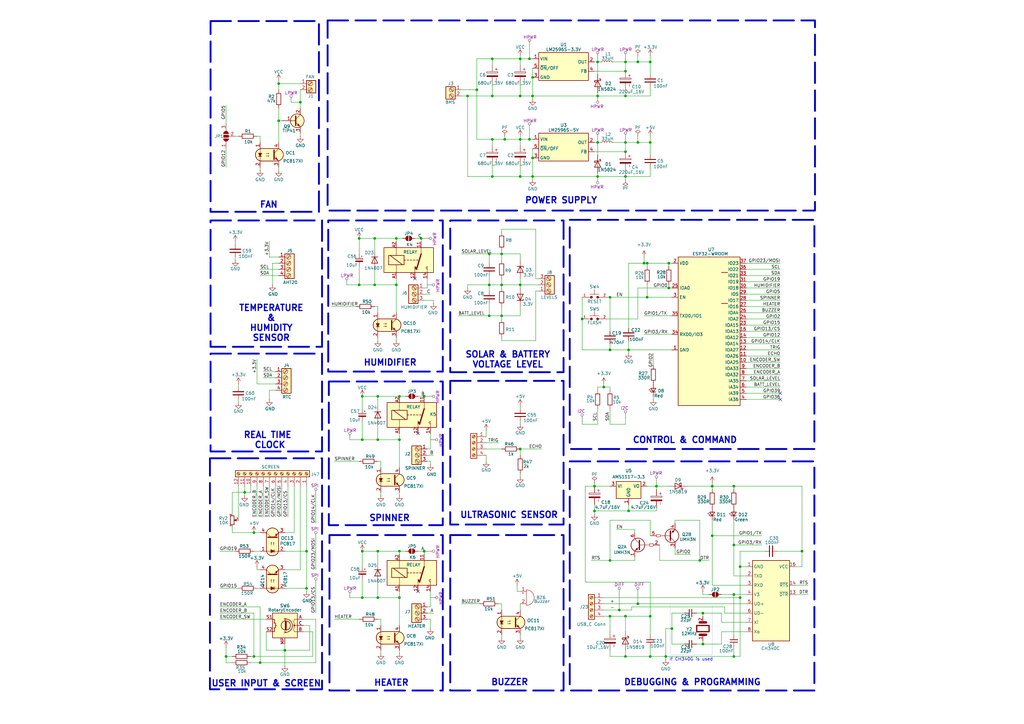
<source format=kicad_sch>
(kicad_sch (version 20250114) (generator "eeschema") (generator_version "9.0")
  (paper "A3")
  (rectangle (start 184.658 219.456) (end 231.14 283.21) (stroke (width 0.762) (type dash)))
  (rectangle (start 184.658 156.21) (end 231.14 215.138) (stroke (width 0.762) (type dash)))
  (rectangle (start 135.128 219.456) (end 181.61 283.21) (stroke (width 0.762) (type dash)))
  (rectangle (start 134.874 156.464) (end 181.61 215.392) (stroke (width 0.762) (type dash)))
  (rectangle (start 134.62 90.424) (end 181.61 152.4) (stroke (width 0.762) (type dash)))
  (rectangle (start 184.658 90.424) (end 231.14 152.654) (stroke (width 0.762) (type dash)))
  (rectangle (start 134.366 8.382) (end 334.264 86.36) (stroke (width 0.762) (type dash)))
  (rectangle (start 86.36 90.424) (end 132.08 142.24) (stroke (width 0.762) (type dash)))
  (rectangle (start 233.68 189.23) (end 334.01 283.21) (stroke (width 0.762) (type dash)))
  (rectangle (start 86.36 145.034) (end 132.08 185.166) (stroke (width 0.762) (type dash)))
  (rectangle (start 233.68 90.17) (end 334.01 184.15) (stroke (width 0.762) (type dash)))
  (rectangle (start 86.36 8.636) (end 130.81 86.868) (stroke (width 0.762) (type dash)))
  (rectangle (start 86.106 187.96) (end 132.08 282.702) (stroke (width 0.762) (type dash)))
  (text "HUMIDIFIER" (at 160.02 148.844 0) (effects (font (size 2.54 2.54) (thickness 0.508) (bold yes))))
  (text "DEBUGGING & PROGRAMMING" (at 283.972 279.908 0) (effects (font (size 2.54 2.54) (thickness 0.508) (bold yes))))
  (text "CONTROL & COMMAND" (at 280.924 180.594 0) (effects (font (size 2.54 2.54) (thickness 0.508) (bold yes))))
  (text "ULTRASONIC SENSOR" (at 208.788 211.328 0) (effects (font (size 2.54 2.54) (thickness 0.508) (bold yes))))
  (text "REAL TIME \nCLOCK" (at 110.744 180.594 0) (effects (font (size 2.54 2.54) (thickness 0.508) (bold yes))))
  (text "SPINNER" (at 159.766 212.598 0) (effects (font (size 2.54 2.54) (thickness 0.508) (bold yes))))
  (text "HEATER" (at 160.528 280.162 0) (effects (font (size 2.54 2.54) (thickness 0.508) (bold yes))))
  (text "If CH340G is used" (at 283.464 270.51 0) (effects (font (size 1.27 1.27))))
  (text "POWER SUPPLY" (at 230.124 82.296 0) (effects (font (size 2.54 2.54) (thickness 0.508) (bold yes))))
  (text "BUZZER" (at 209.042 279.908 0) (effects (font (size 2.54 2.54) (thickness 0.508) (bold yes))))
  (text "TEMPERATURE\n&\nHUMIDITY\nSENSOR" (at 111.252 132.588 0) (effects (font (size 2.54 2.54) (thickness 0.508) (bold yes))))
  (text "USER INPUT & SCREEN" (at 109.22 280.416 0) (effects (font (size 2.54 2.54) (thickness 0.508) (bold yes))))
  (text "FAN" (at 110.236 84.074 0) (effects (font (size 2.54 2.54) (thickness 0.508) (bold yes))))
  (text "SOLAR & BATTERY\nVOLTAGE LEVEL" (at 208.28 147.574 0) (effects (font (size 2.54 2.54) (thickness 0.508) (bold yes))))
  (text_box "" (at 274.955 248.285 0) (size 17.145 20.32) (margins 0.9525 0.9525 0.9525 0.9525) (stroke (width 0) (type dot)) (effects (font (size 1.27 1.27)) (justify left top)))
  (junction (at 154.94 226.06))
  (junction (at 245.11 25.4))
  (junction (at 201.93 57.15))
  (junction (at 205.74 104.14))
  (junction (at 116.84 266.7))
  (junction (at 261.62 25.4))
  (junction (at 300.99 269.24))
  (junction (at 273.05 269.24))
  (junction (at 172.72 97.79))
  (junction (at 147.32 116.84))
  (junction (at 250.19 143.51))
  (junction (at 256.54 269.24))
  (junction (at 257.81 209.55))
  (junction (at 148.59 245.11))
  (junction (at 265.43 121.92))
  (junction (at 213.36 72.39))
  (junction (at 243.84 209.55))
  (junction (at 264.16 107.95))
  (junction (at 257.81 143.51))
  (junction (at 245.11 39.37))
  (junction (at 328.93 226.06))
  (junction (at 163.83 226.06))
  (junction (at 274.32 107.95))
  (junction (at 256.54 58.42))
  (junction (at 125.73 226.06))
  (junction (at 153.67 97.79))
  (junction (at 205.74 129.54))
  (junction (at 213.36 57.15))
  (junction (at 247.65 158.75))
  (junction (at 256.54 252.73))
  (junction (at 218.44 72.39))
  (junction (at 213.36 184.15))
  (junction (at 256.54 62.23))
  (junction (at 200.66 116.84))
  (junction (at 256.54 72.39))
  (junction (at 173.99 226.06))
  (junction (at 250.19 229.87))
  (junction (at 218.44 31.75))
  (junction (at 218.44 64.77))
  (junction (at 148.59 226.06))
  (junction (at 154.94 245.11))
  (junction (at 243.84 199.39))
  (junction (at 123.19 41.91))
  (junction (at 245.11 72.39))
  (junction (at 201.93 24.13))
  (junction (at 173.99 162.56))
  (junction (at 300.99 243.84))
  (junction (at 207.01 57.15))
  (junction (at 238.76 130.81))
  (junction (at 269.24 199.39))
  (junction (at 154.94 180.34))
  (junction (at 147.32 97.79))
  (junction (at 266.7 25.4))
  (junction (at 191.77 39.37))
  (junction (at 106.68 271.78))
  (junction (at 275.59 257.81))
  (junction (at 300.99 223.52))
  (junction (at 261.62 58.42))
  (junction (at 163.83 180.34))
  (junction (at 195.58 36.83))
  (junction (at 217.17 57.15))
  (junction (at 292.1 199.39))
  (junction (at 245.11 58.42))
  (junction (at 201.93 39.37))
  (junction (at 303.53 232.41))
  (junction (at 163.83 162.56))
  (junction (at 163.83 245.11))
  (junction (at 274.32 118.11))
  (junction (at 303.53 245.11))
  (junction (at 292.1 219.71))
  (junction (at 114.3 34.29))
  (junction (at 201.93 72.39))
  (junction (at 218.44 39.37))
  (junction (at 125.73 241.3))
  (junction (at 266.7 252.73))
  (junction (at 261.62 247.65))
  (junction (at 288.29 264.16))
  (junction (at 254 250.19))
  (junction (at 256.54 29.21))
  (junction (at 162.56 97.79))
  (junction (at 300.99 199.39))
  (junction (at 250.19 121.92))
  (junction (at 288.29 251.46))
  (junction (at 154.94 162.56))
  (junction (at 148.59 180.34))
  (junction (at 92.71 269.24))
  (junction (at 100.33 201.93))
  (junction (at 148.59 162.56))
  (junction (at 104.14 269.24))
  (junction (at 213.36 39.37))
  (junction (at 200.66 104.14))
  (junction (at 256.54 39.37))
  (junction (at 256.54 25.4))
  (junction (at 287.02 229.87))
  (junction (at 153.67 116.84))
  (junction (at 213.36 116.84))
  (junction (at 213.36 24.13))
  (junction (at 200.66 129.54))
  (junction (at 250.19 252.73))
  (junction (at 266.7 58.42))
  (junction (at 162.56 116.84))
  (junction (at 265.43 107.95))
  (junction (at 205.74 116.84))
  (junction (at 217.17 24.13))
  (junction (at 266.7 269.24))
  (junction (at 114.3 49.53))
  (junction (at 104.14 218.44))
  (no_connect (at 170.18 114.3))
  (no_connect (at 320.04 161.29))
  (no_connect (at 171.45 177.8))
  (no_connect (at 320.04 163.83))
  (no_connect (at 171.45 242.57))
  (wire (pts (xy 162.56 116.84) (xy 162.56 128.27)))
  (wire (pts (xy 205.74 93.98) (xy 219.71 93.98)))
  (wire (pts (xy 156.21 256.54) (xy 156.21 254)))
  (wire (pts (xy 200.66 113.03) (xy 200.66 116.84)))
  (wire (pts (xy 201.93 24.13) (xy 201.93 26.67)))
  (wire (pts (xy 250.19 143.51) (xy 257.81 143.51)))
  (wire (pts (xy 125.73 242.57) (xy 125.73 241.3)))
  (wire (pts (xy 300.99 269.24) (xy 303.53 269.24)))
  (wire (pts (xy 265.43 121.92) (xy 275.59 121.92)))
  (wire (pts (xy 318.77 226.06) (xy 328.93 226.06)))
  (wire (pts (xy 200.66 129.54) (xy 205.74 129.54)))
  (wire (pts (xy 219.71 114.3) (xy 220.98 114.3)))
  (wire (pts (xy 201.93 24.13) (xy 213.36 24.13)))
  (wire (pts (xy 292.1 213.36) (xy 292.1 219.71)))
  (wire (pts (xy 256.54 266.7) (xy 256.54 269.24)))
  (wire (pts (xy 163.83 245.11) (xy 163.83 242.57)))
  (wire (pts (xy 96.52 55.88) (xy 97.79 55.88)))
  (wire (pts (xy 100.33 201.93) (xy 100.33 203.2)))
  (wire (pts (xy 175.26 186.69) (xy 177.8 186.69)))
  (wire (pts (xy 247.65 158.75) (xy 250.19 158.75)))
  (wire (pts (xy 266.7 22.86) (xy 266.7 25.4)))
  (wire (pts (xy 303.53 232.41) (xy 306.07 232.41)))
  (wire (pts (xy 90.17 251.46) (xy 104.14 251.46)))
  (wire (pts (xy 148.59 245.11) (xy 154.94 245.11)))
  (wire (pts (xy 245.11 167.64) (xy 245.11 173.99)))
  (wire (pts (xy 123.19 36.83) (xy 123.19 41.91)))
  (wire (pts (xy 288.29 264.16) (xy 295.91 264.16)))
  (wire (pts (xy 269.24 199.39) (xy 274.32 199.39)))
  (wire (pts (xy 116.84 266.7) (xy 116.84 273.05)))
  (wire (pts (xy 266.7 238.76) (xy 266.7 252.73)))
  (wire (pts (xy 326.39 243.84) (xy 331.47 243.84)))
  (wire (pts (xy 114.3 68.58) (xy 114.3 69.85)))
  (wire (pts (xy 172.72 97.79) (xy 170.18 97.79)))
  (wire (pts (xy 195.58 24.13) (xy 195.58 36.83)))
  (wire (pts (xy 191.77 39.37) (xy 191.77 72.39)))
  (wire (pts (xy 96.52 105.41) (xy 96.52 106.68)))
  (wire (pts (xy 240.03 238.76) (xy 266.7 238.76)))
  (wire (pts (xy 306.07 156.21) (xy 320.04 156.21)))
  (wire (pts (xy 247.65 157.48) (xy 247.65 158.75)))
  (wire (pts (xy 306.07 135.89) (xy 320.04 135.89)))
  (wire (pts (xy 266.7 63.5) (xy 266.7 58.42)))
  (wire (pts (xy 274.32 107.95) (xy 275.59 107.95)))
  (wire (pts (xy 292.1 219.71) (xy 312.42 219.71)))
  (wire (pts (xy 213.36 72.39) (xy 218.44 72.39)))
  (wire (pts (xy 100.33 201.93) (xy 102.87 201.93)))
  (wire (pts (xy 213.36 184.15) (xy 222.25 184.15)))
  (wire (pts (xy 105.41 233.68) (xy 105.41 232.41)))
  (wire (pts (xy 306.07 153.67) (xy 320.04 153.67)))
  (wire (pts (xy 273.05 270.51) (xy 273.05 269.24)))
  (wire (pts (xy 256.54 58.42) (xy 261.62 58.42)))
  (wire (pts (xy 265.43 116.84) (xy 265.43 121.92)))
  (wire (pts (xy 148.59 162.56) (xy 148.59 167.64)))
  (wire (pts (xy 250.19 252.73) (xy 250.19 259.08)))
  (wire (pts (xy 207.01 55.88) (xy 207.01 57.15)))
  (wire (pts (xy 95.25 215.9) (xy 95.25 218.44)))
  (wire (pts (xy 105.41 157.48) (xy 113.03 157.48)))
  (wire (pts (xy 100.33 199.39) (xy 100.33 201.93)))
  (wire (pts (xy 109.22 266.7) (xy 116.84 266.7)))
  (wire (pts (xy 153.67 97.79) (xy 162.56 97.79)))
  (wire (pts (xy 166.37 226.06) (xy 163.83 226.06)))
  (wire (pts (xy 250.19 121.92) (xy 250.19 135.89)))
  (wire (pts (xy 191.77 118.11) (xy 191.77 116.84)))
  (wire (pts (xy 292.1 199.39) (xy 300.99 199.39)))
  (wire (pts (xy 205.74 93.98) (xy 205.74 95.25)))
  (wire (pts (xy 114.3 34.29) (xy 114.3 36.83)))
  (wire (pts (xy 250.19 173.99) (xy 256.54 173.99)))
  (wire (pts (xy 245.11 25.4) (xy 246.38 25.4)))
  (wire (pts (xy 275.59 251.46) (xy 280.67 251.46)))
  (wire (pts (xy 273.05 257.81) (xy 275.59 257.81)))
  (wire (pts (xy 266.7 72.39) (xy 256.54 72.39)))
  (wire (pts (xy 264.16 105.41) (xy 264.16 107.95)))
  (wire (pts (xy 273.05 257.81) (xy 273.05 269.24)))
  (wire (pts (xy 292.1 199.39) (xy 292.1 200.66)))
  (wire (pts (xy 245.11 25.4) (xy 245.11 30.48)))
  (wire (pts (xy 154.94 128.27) (xy 154.94 125.73)))
  (wire (pts (xy 250.19 167.64) (xy 250.19 173.99)))
  (wire (pts (xy 300.99 243.84) (xy 306.07 243.84)))
  (wire (pts (xy 114.3 44.45) (xy 114.3 49.53)))
  (wire (pts (xy 102.87 271.78) (xy 106.68 271.78)))
  (wire (pts (xy 238.76 143.51) (xy 250.19 143.51)))
  (wire (pts (xy 173.99 226.06) (xy 175.26 226.06)))
  (wire (pts (xy 129.54 254) (xy 129.54 271.78)))
  (wire (pts (xy 106.68 58.42) (xy 106.68 55.88)))
  (wire (pts (xy 276.86 213.36) (xy 276.86 214.63)))
  (wire (pts (xy 154.94 189.23) (xy 156.21 189.23)))
  (wire (pts (xy 142.24 116.84) (xy 147.32 116.84)))
  (wire (pts (xy 306.07 107.95) (xy 320.04 107.95)))
  (wire (pts (xy 243.84 25.4) (xy 245.11 25.4)))
  (wire (pts (xy 213.36 184.15) (xy 213.36 186.69)))
  (wire (pts (xy 154.94 245.11) (xy 163.83 245.11)))
  (wire (pts (xy 105.41 147.32) (xy 105.41 157.48)))
  (wire (pts (xy 104.14 218.44) (xy 106.68 218.44)))
  (wire (pts (xy 92.71 60.96) (xy 92.71 68.58)))
  (wire (pts (xy 148.59 180.34) (xy 154.94 180.34)))
  (wire (pts (xy 104.14 226.06) (xy 106.68 226.06)))
  (wire (pts (xy 213.36 166.37) (xy 213.36 167.64)))
  (wire (pts (xy 124.46 256.54) (xy 127 256.54)))
  (wire (pts (xy 256.54 171.45) (xy 256.54 173.99)))
  (wire (pts (xy 243.84 199.39) (xy 250.19 199.39)))
  (wire (pts (xy 300.99 223.52) (xy 312.42 223.52)))
  (wire (pts (xy 175.26 184.15) (xy 176.53 184.15)))
  (wire (pts (xy 257.81 207.01) (xy 257.81 209.55)))
  (wire (pts (xy 306.07 115.57) (xy 320.04 115.57)))
  (wire (pts (xy 154.94 166.37) (xy 154.94 162.56)))
  (wire (pts (xy 213.36 247.65) (xy 213.36 250.19)))
  (wire (pts (xy 205.74 139.7) (xy 205.74 138.43)))
  (wire (pts (xy 195.58 24.13) (xy 201.93 24.13)))
  (wire (pts (xy 297.18 251.46) (xy 306.07 251.46)))
  (wire (pts (xy 265.43 107.95) (xy 264.16 107.95)))
  (wire (pts (xy 306.07 110.49) (xy 320.04 110.49)))
  (wire (pts (xy 102.87 269.24) (xy 104.14 269.24)))
  (wire (pts (xy 109.22 259.08) (xy 109.22 266.7)))
  (wire (pts (xy 247.65 247.65) (xy 261.62 247.65)))
  (wire (pts (xy 218.44 60.96) (xy 218.44 64.77)))
  (wire (pts (xy 200.66 116.84) (xy 205.74 116.84)))
  (wire (pts (xy 213.36 57.15) (xy 217.17 57.15)))
  (wire (pts (xy 123.19 41.91) (xy 123.19 44.45)))
  (wire (pts (xy 243.84 209.55) (xy 257.81 209.55)))
  (wire (pts (xy 250.19 252.73) (xy 256.54 252.73)))
  (wire (pts (xy 148.59 226.06) (xy 148.59 232.41)))
  (wire (pts (xy 200.66 124.46) (xy 200.66 129.54)))
  (wire (pts (xy 213.36 260.35) (xy 213.36 261.62)))
  (wire (pts (xy 288.29 262.89) (xy 288.29 264.16)))
  (wire (pts (xy 104.14 269.24) (xy 128.27 269.24)))
  (wire (pts (xy 259.08 248.92) (xy 297.18 248.92)))
  (wire (pts (xy 257.81 139.7) (xy 257.81 143.51)))
  (wire (pts (xy 243.84 209.55) (xy 243.84 210.82)))
  (wire (pts (xy 257.81 143.51) (xy 257.81 144.78)))
  (wire (pts (xy 261.62 247.65) (xy 306.07 247.65)))
  (wire (pts (xy 245.11 58.42) (xy 246.38 58.42)))
  (wire (pts (xy 306.07 118.11) (xy 320.04 118.11)))
  (wire (pts (xy 163.83 266.7) (xy 163.83 267.97)))
  (wire (pts (xy 306.07 143.51) (xy 320.04 143.51)))
  (wire (pts (xy 116.84 264.16) (xy 116.84 266.7)))
  (wire (pts (xy 250.19 269.24) (xy 256.54 269.24)))
  (wire (pts (xy 259.08 248.92) (xy 259.08 250.19)))
  (wire (pts (xy 240.03 199.39) (xy 240.03 238.76)))
  (wire (pts (xy 250.19 213.36) (xy 250.19 229.87)))
  (wire (pts (xy 153.67 110.49) (xy 153.67 116.84)))
  (wire (pts (xy 104.14 251.46) (xy 104.14 269.24)))
  (wire (pts (xy 276.86 224.79) (xy 276.86 227.33)))
  (wire (pts (xy 110.49 160.02) (xy 110.49 163.83)))
  (wire (pts (xy 195.58 57.15) (xy 201.93 57.15)))
  (wire (pts (xy 125.73 226.06) (xy 125.73 241.3)))
  (wire (pts (xy 300.99 223.52) (xy 300.99 236.22)))
  (wire (pts (xy 176.53 177.8) (xy 176.53 184.15)))
  (wire (pts (xy 95.25 269.24) (xy 92.71 269.24)))
  (wire (pts (xy 213.36 116.84) (xy 205.74 116.84)))
  (wire (pts (xy 266.7 39.37) (xy 256.54 39.37)))
  (wire (pts (xy 154.94 162.56) (xy 163.83 162.56)))
  (wire (pts (xy 218.44 72.39) (xy 245.11 72.39)))
  (wire (pts (xy 107.95 152.4) (xy 113.03 152.4)))
  (wire (pts (xy 162.56 97.79) (xy 162.56 99.06)))
  (wire (pts (xy 254 243.84) (xy 254 250.19)))
  (wire (pts (xy 306.07 130.81) (xy 320.04 130.81)))
  (wire (pts (xy 102.87 201.93) (xy 102.87 199.39)))
  (wire (pts (xy 173.99 226.06) (xy 171.45 226.06)))
  (wire (pts (xy 261.62 243.84) (xy 261.62 247.65)))
  (wire (pts (xy 292.1 198.12) (xy 292.1 199.39)))
  (wire (pts (xy 250.19 158.75) (xy 250.19 160.02)))
  (wire (pts (xy 175.26 248.92) (xy 176.53 248.92)))
  (wire (pts (xy 266.7 35.56) (xy 266.7 39.37)))
  (wire (pts (xy 156.21 201.93) (xy 156.21 203.2)))
  (wire (pts (xy 219.71 93.98) (xy 219.71 114.3)))
  (wire (pts (xy 156.21 191.77) (xy 156.21 189.23)))
  (wire (pts (xy 213.36 24.13) (xy 213.36 26.67)))
  (wire (pts (xy 238.76 173.99) (xy 245.11 173.99)))
  (wire (pts (xy 107.95 212.09) (xy 107.95 199.39)))
  (wire (pts (xy 256.54 269.24) (xy 266.7 269.24)))
  (wire (pts (xy 251.46 25.4) (xy 256.54 25.4)))
  (wire (pts (xy 261.62 118.11) (xy 274.32 118.11)))
  (wire (pts (xy 105.41 241.3) (xy 106.68 241.3)))
  (wire (pts (xy 191.77 72.39) (xy 201.93 72.39)))
  (wire (pts (xy 201.93 57.15) (xy 207.01 57.15)))
  (wire (pts (xy 248.92 121.92) (xy 250.19 121.92)))
  (wire (pts (xy 195.58 36.83) (xy 195.58 57.15)))
  (wire (pts (xy 261.62 25.4) (xy 266.7 25.4)))
  (wire (pts (xy 90.17 241.3) (xy 97.79 241.3)))
  (wire (pts (xy 245.11 57.15) (xy 245.11 58.42)))
  (wire (pts (xy 243.84 207.01) (xy 243.84 209.55)))
  (wire (pts (xy 116.84 241.3) (xy 125.73 241.3)))
  (wire (pts (xy 306.07 161.29) (xy 320.04 161.29)))
  (wire (pts (xy 270.51 229.87) (xy 287.02 229.87)))
  (wire (pts (xy 264.16 129.54) (xy 275.59 129.54)))
  (wire (pts (xy 205.74 129.54) (xy 205.74 130.81)))
  (wire (pts (xy 213.36 34.29) (xy 213.36 39.37)))
  (wire (pts (xy 306.07 123.19) (xy 320.04 123.19)))
  (wire (pts (xy 123.19 34.29) (xy 114.3 34.29)))
  (wire (pts (xy 274.32 107.95) (xy 274.32 109.22)))
  (wire (pts (xy 96.52 226.06) (xy 90.17 226.06)))
  (wire (pts (xy 256.54 25.4) (xy 256.54 29.21)))
  (wire (pts (xy 245.11 72.39) (xy 256.54 72.39)))
  (wire (pts (xy 114.3 49.53) (xy 114.3 58.42)))
  (wire (pts (xy 114.3 33.02) (xy 114.3 34.29)))
  (wire (pts (xy 162.56 116.84) (xy 162.56 114.3)))
  (wire (pts (xy 306.07 125.73) (xy 320.04 125.73)))
  (wire (pts (xy 92.71 271.78) (xy 95.25 271.78)))
  (wire (pts (xy 326.39 240.03) (xy 331.47 240.03)))
  (wire (pts (xy 300.99 236.22) (xy 306.07 236.22)))
  (wire (pts (xy 213.36 194.31) (xy 213.36 195.58)))
  (wire (pts (xy 267.97 144.78) (xy 267.97 149.86)))
  (wire (pts (xy 118.11 212.09) (xy 118.11 199.39)))
  (wire (pts (xy 281.94 199.39) (xy 292.1 199.39)))
  (wire (pts (xy 113.03 212.09) (xy 113.03 199.39)))
  (wire (pts (xy 106.68 113.03) (xy 114.3 113.03)))
  (wire (pts (xy 261.62 22.86) (xy 261.62 25.4)))
  (wire (pts (xy 113.03 160.02) (xy 110.49 160.02)))
  (wire (pts (xy 288.29 242.57) (xy 288.29 243.84)))
  (wire (pts (xy 242.57 229.87) (xy 250.19 229.87)))
  (wire (pts (xy 111.76 107.95) (xy 111.76 116.84)))
  (wire (pts (xy 212.09 240.03) (xy 212.09 242.57)))
  (wire (pts (xy 213.36 172.72) (xy 213.36 173.99)))
  (wire (pts (xy 205.74 118.11) (xy 205.74 116.84)))
  (wire (pts (xy 247.65 250.19) (xy 254 250.19)))
  (wire (pts (xy 124.46 254) (xy 129.54 254)))
  (wire (pts (xy 172.72 97.79) (xy 173.99 97.79)))
  (wire (pts (xy 154.94 180.34) (xy 163.83 180.34)))
  (wire (pts (xy 97.79 199.39) (xy 97.79 213.36)))
  (wire (pts (xy 205.74 129.54) (xy 205.74 125.73)))
  (wire (pts (xy 173.99 162.56) (xy 171.45 162.56)))
  (wire (pts (xy 265.43 107.95) (xy 274.32 107.95)))
  (wire (pts (xy 218.44 40.64) (xy 218.44 39.37)))
  (wire (pts (xy 110.49 99.06) (xy 110.49 105.41)))
  (wire (pts (xy 191.77 39.37) (xy 201.93 39.37)))
  (wire (pts (xy 306.07 151.13) (xy 320.04 151.13)))
  (wire (pts (xy 266.7 68.58) (xy 266.7 72.39)))
  (wire (pts (xy 163.83 180.34) (xy 163.83 177.8)))
  (wire (pts (xy 175.26 254) (xy 176.53 254)))
  (wire (pts (xy 218.44 39.37) (xy 245.11 39.37)))
  (wire (pts (xy 219.71 119.38) (xy 219.71 139.7)))
  (wire (pts (xy 285.75 251.46) (xy 288.29 251.46)))
  (wire (pts (xy 173.99 118.11) (xy 175.26 118.11)))
  (wire (pts (xy 128.27 259.08) (xy 124.46 259.08)))
  (wire (pts (xy 114.3 105.41) (xy 110.49 105.41)))
  (wire (pts (xy 306.07 146.05) (xy 320.04 146.05)))
  (wire (pts (xy 106.68 68.58) (xy 106.68 69.85)))
  (wire (pts (xy 201.93 39.37) (xy 213.36 39.37)))
  (wire (pts (xy 306.07 158.75) (xy 320.04 158.75)))
  (wire (pts (xy 270.51 223.52) (xy 270.51 229.87)))
  (wire (pts (xy 213.36 24.13) (xy 217.17 24.13)))
  (wire (pts (xy 213.36 114.3) (xy 213.36 116.84)))
  (wire (pts (xy 114.3 49.53) (xy 115.57 49.53)))
  (wire (pts (xy 162.56 138.43) (xy 162.56 139.7)))
  (wire (pts (xy 129.54 220.98) (xy 129.54 233.68)))
  (wire (pts (xy 217.17 24.13) (xy 218.44 24.13)))
  (wire (pts (xy 105.41 212.09) (xy 105.41 199.39)))
  (wire (pts (xy 135.89 125.73) (xy 146.05 125.73)))
  (wire (pts (xy 177.8 123.19) (xy 177.8 124.46)))
  (wire (pts (xy 245.11 39.37) (xy 245.11 38.1)))
  (wire (pts (xy 97.79 157.48) (xy 97.79 158.75)))
  (wire (pts (xy 245.11 58.42) (xy 245.11 63.5)))
  (wire (pts (xy 191.77 116.84) (xy 200.66 116.84)))
  (wire (pts (xy 306.07 120.65) (xy 320.04 120.65)))
  (wire (pts (xy 217.17 53.34) (xy 217.17 57.15)))
  (wire (pts (xy 92.71 265.43) (xy 92.71 269.24)))
  (wire (pts (xy 300.99 243.84) (xy 300.99 260.35)))
  (wire (pts (xy 176.53 190.5) (xy 176.53 189.23)))
  (wire (pts (xy 219.71 119.38) (xy 220.98 119.38)))
  (wire (pts (xy 97.79 163.83) (xy 97.79 165.1)))
  (wire (pts (xy 288.29 243.84) (xy 290.83 243.84)))
  (wire (pts (xy 147.32 109.22) (xy 147.32 116.84)))
  (wire (pts (xy 200.66 104.14) (xy 200.66 107.95)))
  (wire (pts (xy 257.81 107.95) (xy 257.81 134.62)))
  (wire (pts (xy 123.19 54.61) (xy 123.19 55.88)))
  (wire (pts (xy 273.05 269.24) (xy 300.99 269.24)))
  (wire (pts (xy 328.93 199.39) (xy 328.93 226.06)))
  (wire (pts (xy 213.36 104.14) (xy 205.74 104.14)))
  (wire (pts (xy 256.54 36.83) (xy 256.54 39.37)))
  (wire (pts (xy 106.68 271.78) (xy 129.54 271.78)))
  (wire (pts (xy 261.62 55.88) (xy 261.62 58.42)))
  (wire (pts (xy 205.74 250.19) (xy 205.74 247.65)))
  (wire (pts (xy 163.83 180.34) (xy 163.83 191.77)))
  (wire (pts (xy 260.35 228.6) (xy 260.35 229.87)))
  (wire (pts (xy 252.73 217.17) (xy 260.35 217.17)))
  (wire (pts (xy 129.54 203.2) (xy 129.54 214.63)))
  (wire (pts (xy 213.36 118.11) (xy 213.36 116.84)))
  (wire (pts (xy 245.11 160.02) (xy 245.11 158.75)))
  (wire (pts (xy 148.59 237.49) (xy 148.59 245.11)))
  (wire (pts (xy 125.73 199.39) (xy 125.73 226.06)))
  (wire (pts (xy 238.76 172.72) (xy 238.76 173.99)))
  (wire (pts (xy 176.53 242.57) (xy 176.53 248.92)))
  (wire (pts (xy 256.54 24.13) (xy 256.54 25.4)))
  (wire (pts (xy 245.11 72.39) (xy 245.11 71.12)))
  (wire (pts (xy 90.17 248.92) (xy 106.68 248.92)))
  (wire (pts (xy 153.67 125.73) (xy 154.94 125.73)))
  (wire (pts (xy 254 250.19) (xy 259.08 250.19)))
  (wire (pts (xy 154.94 238.76) (xy 154.94 245.11)))
  (wire (pts (xy 248.92 130.81) (xy 261.62 130.81)))
  (wire (pts (xy 245.11 24.13) (xy 245.11 25.4)))
  (wire (pts (xy 95.25 210.82) (xy 95.25 201.93)))
  (wire (pts (xy 250.19 229.87) (xy 260.35 229.87)))
  (wire (pts (xy 306.07 140.97) (xy 320.04 140.97)))
  (wire (pts (xy 137.16 254) (xy 147.32 254)))
  (wire (pts (xy 274.32 118.11) (xy 275.59 118.11)))
  (wire (pts (xy 245.11 158.75) (xy 247.65 158.75)))
  (wire (pts (xy 306.07 163.83) (xy 320.04 163.83)))
  (wire (pts (xy 148.59 172.72) (xy 148.59 180.34)))
  (wire (pts (xy 287.02 213.36) (xy 287.02 229.87)))
  (wire (pts (xy 265.43 107.95) (xy 265.43 109.22)))
  (wire (pts (xy 260.35 217.17) (xy 260.35 218.44)))
  (wire (pts (xy 256.54 252.73) (xy 256.54 259.08)))
  (wire (pts (xy 247.65 252.73) (xy 250.19 252.73)))
  (wire (pts (xy 128.27 269.24) (xy 128.27 259.08)))
  (wire (pts (xy 250.19 140.97) (xy 250.19 143.51)))
  (wire (pts (xy 189.23 36.83) (xy 195.58 36.83)))
  (wire (pts (xy 287.02 229.87) (xy 290.83 229.87)))
  (wire (pts (xy 156.21 266.7) (xy 156.21 267.97)))
  (wire (pts (xy 95.25 201.93) (xy 100.33 201.93)))
  (wire (pts (xy 200.66 104.14) (xy 189.23 104.14)))
  (wire (pts (xy 143.51 180.34) (xy 148.59 180.34)))
  (wire (pts (xy 148.59 162.56) (xy 154.94 162.56)))
  (wire (pts (xy 199.39 189.23) (xy 199.39 186.69)))
  (wire (pts (xy 297.18 248.92) (xy 297.18 251.46)))
  (wire (pts (xy 257.81 209.55) (xy 269.24 209.55)))
  (wire (pts (xy 201.93 57.15) (xy 201.93 59.69)))
  (wire (pts (xy 95.25 218.44) (xy 104.14 218.44)))
  (wire (pts (xy 238.76 121.92) (xy 238.76 130.81)))
  (wire (pts (xy 205.74 139.7) (xy 219.71 139.7)))
  (wire (pts (xy 217.17 19.05) (xy 217.17 24.13)))
  (wire (pts (xy 120.65 218.44) (xy 120.65 199.39)))
  (wire (pts (xy 110.49 212.09) (xy 110.49 199.39)))
  (wire (pts (xy 213.36 129.54) (xy 205.74 129.54)))
  (wire (pts (xy 205.74 102.87) (xy 205.74 104.14)))
  (wire (pts (xy 306.07 148.59) (xy 320.04 148.59)))
  (wire (pts (xy 306.07 113.03) (xy 320.04 113.03)))
  (wire (pts (xy 154.94 231.14) (xy 154.94 226.06)))
  (wire (pts (xy 176.53 254) (xy 176.53 257.81)))
  (wire (pts (xy 199.39 181.61) (xy 204.47 181.61)))
  (wire (pts (xy 269.24 198.12) (xy 269.24 199.39)))
  (wire (pts (xy 143.51 245.11) (xy 148.59 245.11)))
  (wire (pts (xy 147.32 116.84) (xy 153.67 116.84)))
  (wire (pts (xy 119.38 41.91) (xy 123.19 41.91)))
  (wire (pts (xy 269.24 199.39) (xy 269.24 200.66)))
  (wire (pts (xy 163.83 245.11) (xy 163.83 256.54)))
  (wire (pts (xy 116.84 233.68) (xy 123.19 233.68)))
  (wire (pts (xy 247.65 245.11) (xy 303.53 245.11)))
  (wire (pts (xy 205.74 104.14) (xy 200.66 104.14)))
  (wire (pts (xy 245.11 39.37) (xy 256.54 39.37)))
  (wire (pts (xy 285.75 264.16) (xy 288.29 264.16)))
  (wire (pts (xy 275.59 264.16) (xy 280.67 264.16)))
  (wire (pts (xy 218.44 73.66) (xy 218.44 72.39)))
  (wire (pts (xy 207.01 57.15) (xy 213.36 57.15)))
  (wire (pts (xy 328.93 226.06) (xy 328.93 232.41)))
  (wire (pts (xy 173.99 120.65) (xy 176.53 120.65)))
  (wire (pts (xy 300.99 199.39) (xy 328.93 199.39)))
  (wire (pts (xy 295.91 243.84) (xy 300.99 243.84)))
  (wire (pts (xy 266.7 213.36) (xy 266.7 219.71)))
  (wire (pts (xy 288.29 251.46) (xy 295.91 251.46)))
  (wire (pts (xy 256.54 252.73) (xy 266.7 252.73)))
  (wire (pts (xy 265.43 199.39) (xy 269.24 199.39)))
  (wire (pts (xy 199.39 176.53) (xy 199.39 179.07)))
  (wire (pts (xy 213.36 129.54) (xy 213.36 125.73)))
  (wire (pts (xy 92.71 271.78) (xy 92.71 269.24)))
  (wire (pts (xy 175.26 251.46) (xy 177.8 251.46)))
  (wire (pts (xy 303.53 226.06) (xy 303.53 232.41)))
  (wire (pts (xy 217.17 57.15) (xy 218.44 57.15)))
  (wire (pts (xy 275.59 251.46) (xy 275.59 257.81)))
  (wire (pts (xy 292.1 240.03) (xy 306.07 240.03)))
  (wire (pts (xy 166.37 162.56) (xy 163.83 162.56)))
  (wire (pts (xy 114.3 107.95) (xy 111.76 107.95)))
  (wire (pts (xy 163.83 226.06) (xy 163.83 227.33)))
  (wire (pts (xy 243.84 29.21) (xy 256.54 29.21)))
  (wire (pts (xy 306.07 138.43) (xy 320.04 138.43)))
  (wire (pts (xy 274.32 116.84) (xy 274.32 118.11)))
  (wire (pts (xy 213.36 39.37) (xy 218.44 39.37)))
  (wire (pts (xy 276.86 227.33) (xy 283.21 227.33)))
  (wire (pts (xy 107.95 154.94) (xy 113.03 154.94)))
  (wire (pts (xy 213.36 104.14) (xy 213.36 106.68)))
  (wire (pts (xy 266.7 265.43) (xy 266.7 269.24)))
  (wire (pts (xy 261.62 58.42) (xy 266.7 58.42)))
  (wire (pts (xy 173.99 162.56) (xy 175.26 162.56)))
  (wire (pts (xy 213.36 67.31) (xy 213.36 72.39)))
  (wire (pts (xy 200.66 116.84) (xy 200.66 119.38)))
  (wire (pts (xy 306.07 128.27) (xy 320.04 128.27)))
  (wire (pts (xy 288.29 251.46) (xy 288.29 252.73)))
  (wire (pts (xy 266.7 252.73) (xy 266.7 260.35)))
  (wire (pts (xy 173.99 227.33) (xy 173.99 226.06)))
  (wire (pts (xy 189.23 39.37) (xy 191.77 39.37)))
  (wire (pts (xy 326.39 232.41) (xy 328.93 232.41)))
  (wire (pts (xy 105.41 55.88) (xy 106.68 55.88)))
  (wire (pts (xy 201.93 72.39) (xy 213.36 72.39)))
  (wire (pts (xy 292.1 219.71) (xy 292.1 240.03)))
  (wire (pts (xy 129.54 240.03) (xy 129.54 251.46)))
  (wire (pts (xy 243.84 198.12) (xy 243.84 199.39)))
  (wire (pts (xy 148.59 226.06) (xy 154.94 226.06)))
  (wire (pts (xy 165.1 97.79) (xy 162.56 97.79)))
  (wire (pts (xy 276.86 213.36) (xy 287.02 213.36)))
  (wire (pts (xy 201.93 67.31) (xy 201.93 72.39)))
  (wire (pts (xy 218.44 64.77) (xy 218.44 72.39)))
  (wire (pts (xy 205.74 114.3) (xy 205.74 116.84)))
  (wire (pts (xy 220.98 116.84) (xy 213.36 116.84)))
  (wire (pts (xy 256.54 69.85) (xy 256.54 72.39)))
  (wire (pts (xy 147.32 97.79) (xy 147.32 104.14)))
  (wire (pts (xy 212.09 242.57) (xy 213.36 242.57)))
  (wire (pts (xy 300.99 213.36) (xy 300.99 223.52)))
  (wire (pts (xy 201.93 34.29) (xy 201.93 39.37)))
  (wire (pts (xy 213.36 22.86) (xy 213.36 24.13)))
  (wire (pts (xy 189.23 247.65) (xy 196.85 247.65)))
  (wire (pts (xy 250.19 266.7) (xy 250.19 269.24)))
  (wire (pts (xy 250.19 121.92) (xy 265.43 121.92)))
  (wire (pts (xy 303.53 232.41) (xy 303.53 245.11)))
  (wire (pts (xy 175.26 114.3) (xy 175.26 118.11)))
  (wire (pts (xy 106.68 233.68) (xy 105.41 233.68)))
  (wire (pts (xy 243.84 62.23) (xy 256.54 62.23)))
  (wire (pts (xy 275.59 257.81) (xy 275.59 264.16)))
  (wire (pts (xy 154.94 226.06) (xy 163.83 226.06)))
  (wire (pts (xy 106.68 248.92) (xy 106.68 271.78)))
  (wire (pts (xy 306.07 133.35) (xy 320.04 133.35)))
  (wire (pts (xy 303.53 226.06) (xy 313.69 226.06)))
  (wire (pts (xy 295.91 251.46) (xy 295.91 255.27)))
  (wire (pts (xy 92.71 43.18) (xy 92.71 50.8)))
  (wire (pts (xy 176.53 189.23) (xy 175.26 189.23)))
  (wire (pts (xy 205.74 104.14) (xy 205.74 106.68)))
  (wire (pts (xy 218.44 27.94) (xy 218.44 31.75)))
  (wire (pts (xy 300.99 265.43) (xy 300.99 269.24)))
  (wire (pts (xy 106.68 110.49) (xy 114.3 110.49)))
  (wire (pts (xy 137.16 189.23) (xy 147.32 189.23)))
  (wire (pts (xy 213.36 57.15) (xy 213.36 59.69)))
  (wire (pts (xy 213.36 55.88) (xy 213.36 57.15)))
  (wire (pts (xy 303.53 245.11) (xy 303.53 269.24)))
  (wire (pts (xy 257.81 143.51) (xy 275.59 143.51)))
  (wire (pts (xy 256.54 72.39) (xy 256.54 73.66)))
  (wire (pts (xy 264.16 137.16) (xy 275.59 137.16)))
  (wire (pts (xy 266.7 30.48) (xy 266.7 25.4)))
  (wire (pts (xy 116.84 218.44) (xy 120.65 218.44)))
  (wire (pts (xy 267.97 162.56) (xy 267.97 163.83)))
  (wire (pts (xy 266.7 269.24) (xy 273.05 269.24)))
  (wire (pts (xy 163.83 201.93) (xy 163.83 203.2)))
  (wire (pts (xy 116.84 226.06) (xy 125.73 226.06)))
  (wire (pts (xy 147.32 97.79) (xy 153.67 97.79)))
  (wire (pts (xy 153.67 102.87) (xy 153.67 97.79)))
  (wire (pts (xy 205.74 260.35) (xy 205.74 261.62)))
  (wire (pts (xy 250.19 213.36) (xy 266.7 213.36)))
  (wire (pts (xy 251.46 58.42) (xy 256.54 58.42)))
  (wire (pts (xy 153.67 116.84) (xy 162.56 116.84)))
  (wire (pts (xy 256.54 25.4) (xy 261.62 25.4)))
  (wire (pts (xy 295.91 259.08) (xy 306.07 259.08)))
  (wire (pts (xy 243.84 58.42) (xy 245.11 58.42)))
  (wire (pts (xy 154.94 173.99) (xy 154.94 180.34)))
  (wire (pts (xy 204.47 247.65) (xy 205.74 247.65)))
  (wire (pts (xy 261.62 118.11) (xy 261.62 130.81)))
  (wire (pts (xy 154.94 138.43) (xy 154.94 139.7)))
  (wire (pts (xy 154.94 254) (xy 156.21 254)))
  (wire (pts (xy 218.44 31.75) (xy 218.44 39.37)))
  (wire (pts (xy 115.57 212.09) (xy 115.57 199.39)))
  (wire (pts (xy 116.84 266.7) (xy 127 266.7)))
  (wire (pts (xy 295.91 255.27) (xy 306.07 255.27)))
  (wire (pts (xy 90.17 254) (xy 109.22 254)))
  (wire (pts (xy 199.39 184.15) (xy 205.74 184.15)))
  (wire (pts (xy 173.99 123.19) (xy 177.8 123.19)))
  (wire (pts (xy 240.03 199.39) (xy 243.84 199.39)))
  (wire (pts (xy 266.7 55.88) (xy 266.7 58.42)))
  (wire (pts (xy 256.54 58.42) (xy 256.54 62.23)))
  (wire (pts (xy 127 256.54) (xy 127 266.7)))
  (wire (pts (xy 256.54 57.15) (xy 256.54 58.42)))
  (wire (pts (xy 96.52 99.06) (xy 96.52 100.33)))
  (wire (pts (xy 295.91 259.08) (xy 295.91 264.16)))
  (wire (pts (xy 187.96 129.54) (xy 200.66 129.54)))
  (wire (pts (xy 269.24 208.28) (xy 269.24 209.55)))
  (wire (pts (xy 172.72 99.06) (xy 172.72 97.79)))
  (wire (pts (xy 123.19 199.39) (xy 123.19 233.68)))
  (wire (pts (xy 257.81 107.95) (xy 264.16 107.95)))
  (wire (pts (xy 300.99 199.39) (xy 300.99 200.66)))
  (wire (pts (xy 238.76 130.81) (xy 238.76 143.51)))
  (label "+3.3V" (at 110.49 99.06 270))
  (label "ENCODER_B" (at 90.17 251.46 0))
  (label "SCL" (at 245.11 172.72 90))
  (label "BUZZER" (at 320.04 128.27 180))
  (label "GPIO23{slash}MOSI" (at 115.57 212.09 90))
  (label "GPIO3{slash}RX" (at 264.16 137.16 0))
  (label "A" (at 172.72 226.06 0))
  (label "SOLAR_LEVEL" (at 320.04 156.21 180))
  (label "+3.3V" (at 105.41 147.32 270))
  (label "ENCODER_B" (at 320.04 151.13 180))
  (label "GPIO2" (at 267.97 144.78 270))
  (label "HEATER" (at 137.16 254 0))
  (label "ECHO" (at 320.04 146.05 180))
  (label "C" (at 171.45 97.79 0))
  (label "ENCODER_B" (at 105.41 212.09 90))
  (label "GPIO23{slash}MOSI" (at 320.04 107.95 180))
  (label "BUZZER" (at 189.23 247.65 0))
  (label "SPINNER" (at 137.16 189.23 0))
  (label "GPIO36" (at 320.04 163.83 180))
  (label "BATT_LEVEL" (at 187.96 129.54 0))
  (label "GPIO13{slash}CS" (at 129.54 251.46 90))
  (label "GPIO13{slash}CS" (at 118.11 212.09 90))
  (label "ENCODER_SW" (at 320.04 148.59 180))
  (label "GPIO5" (at 92.71 43.18 270))
  (label "RTS" (at 242.57 229.87 0))
  (label "GPIO12" (at 320.04 138.43 180))
  (label "ECHO" (at 222.25 184.15 180))
  (label "RTS" (at 331.47 240.03 180))
  (label "-" (at 250.19 250.19 0))
  (label "GPIO14{slash}CLK" (at 320.04 140.97 180))
  (label "GPIO19" (at 90.17 226.06 0))
  (label "GPIO14{slash}CLK" (at 129.54 214.63 90))
  (label "GPIO1{slash}TX" (at 312.42 219.71 180))
  (label "GPIO0" (at 283.21 227.33 180))
  (label "SDA" (at 107.95 154.94 0))
  (label "HUMIDIFIER" (at 320.04 118.11 180))
  (label "+" (at 250.19 247.65 0))
  (label "DTR" (at 331.47 243.84 180))
  (label "SCL" (at 106.68 110.49 0))
  (label "GPIO2" (at 320.04 130.81 180))
  (label "DTR" (at 290.83 229.87 180))
  (label "GPIO5" (at 320.04 120.65 180))
  (label "GPIO13{slash}CS" (at 320.04 135.89 180))
  (label "ENCODER_SW" (at 90.17 254 0))
  (label "BATT_LEVEL" (at 320.04 158.75 180))
  (label "ENCODER_A" (at 90.17 248.92 0))
  (label "EN" (at 252.73 217.17 0))
  (label "B" (at 172.72 162.56 0))
  (label "C" (at 176.53 120.65 180))
  (label "HEATER" (at 320.04 125.73 180))
  (label "SDA" (at 106.68 113.03 0))
  (label "GPIO19" (at 320.04 115.57 180))
  (label "GPIO15" (at 90.17 241.3 0))
  (label "GPIO1{slash}TX" (at 264.16 129.54 0))
  (label "GPIO12" (at 92.71 68.58 90))
  (label "GPIO14{slash}CLK" (at 113.03 212.09 90))
  (label "GPIO39" (at 320.04 161.29 180))
  (label "ENCODER_SW" (at 110.49 212.09 90))
  (label "SPINNER" (at 320.04 123.19 180))
  (label "GPIO0" (at 267.97 118.11 0))
  (label "SOLAR_LEVEL" (at 189.23 104.14 0))
  (label "GPIO15" (at 320.04 133.35 180))
  (label "SDA" (at 320.04 113.03 180))
  (label "TRIG" (at 320.04 143.51 180))
  (label "B" (at 177.8 186.69 180))
  (label "ENCODER_A" (at 320.04 153.67 180))
  (label "HUMIDIFIER" (at 135.89 125.73 0))
  (label "GPIO23{slash}MOSI" (at 129.54 233.68 90))
  (label "GPIO3{slash}RX" (at 312.42 223.52 180))
  (label "SDA" (at 250.19 172.72 90))
  (label "SCL" (at 320.04 110.49 180))
  (label "TRIG" (at 204.47 181.61 180))
  (label "ENCODER_A" (at 107.95 212.09 90))
  (label "A" (at 177.8 251.46 180))
  (label "EN" (at 252.73 121.92 0))
  (label "SCL" (at 107.95 152.4 0))
  (netclass_flag "" (length 2.54) (shape round) (at 245.11 24.13 0) (property "Netclass" "LPWR" (at 242.57 20.32 0) (effects (justify left))))
  (netclass_flag "" (length 2.54) (shape round) (at 245.11 72.39 180) (property "Netclass" "HPWR" (at 247.65 76.708 0) (effects (justify right))))
  (netclass_flag "" (length 2.54) (shape round) (at 245.11 39.37 180) (property "Netclass" "HPWR" (at 247.65 43.688 0) (effects (justify right))))
  (netclass_flag "" (length 2.54) (shape round) (at 143.51 180.34 0) (property "Netclass" "LPWR" (at 140.97 176.53 0) (effects (justify left))))
  (netclass_flag "" (length 2.54) (shape round) (at 119.38 41.91 0) (property "Netclass" "LPWR" (at 116.84 38.1 0) (effects (justify left))))
  (netclass_flag "" (length 2.54) (shape round) (at 142.24 116.84 0) (property "Netclass" "LPWR" (at 139.7 113.03 0) (effects (justify left))))
  (netclass_flag "" (length 2.54) (shape round) (at 176.53 245.11 270) (property "Netclass" "HPWR" (at 180.848 242.57 90) (effects (justify right))))
  (netclass_flag "" (length 2.54) (shape round) (at 176.53 180.34 270) (property "Netclass" "HPWR" (at 180.848 177.8 90) (effects (justify right))))
  (netclass_flag "" (length 2.54) (shape round) (at 269.24 198.12 0) (property "Netclass" "LPWR" (at 266.446 194.056 0) (effects (justify left))))
  (netclass_flag "" (length 2.54) (shape round) (at 175.26 116.84 270) (property "Netclass" "HPWR" (at 179.578 114.3 90) (effects (justify right))))
  (netclass_flag "" (length 2.54) (shape round) (at 217.17 53.34 0) (property "Netclass" "HPWR" (at 214.63 49.53 0) (effects (justify left))))
  (netclass_flag "" (length 2.54) (shape round) (at 143.51 245.11 0) (property "Netclass" "LPWR" (at 140.97 241.3 0) (effects (justify left))))
  (netclass_flag "" (length 2.54) (shape round) (at 256.54 24.13 0) (property "Netclass" "LPWR" (at 254 20.32 0) (effects (justify left))))
  (netclass_flag "" (length 2.54) (shape round) (at 129.54 240.03 0) (property "Netclass" "SPI" (at 127.508 235.966 0) (effects (justify left))))
  (netclass_flag "" (length 2.54) (shape round) (at 175.26 226.06 270) (property "Netclass" "HPWR" (at 179.578 223.52 90) (effects (justify right))))
  (netclass_flag "" (length 2.54) (shape round) (at 256.54 57.15 0) (property "Netclass" "LPWR" (at 254 53.34 0) (effects (justify left))))
  (netclass_flag "" (length 2.54) (shape round) (at 129.54 203.2 0) (property "Netclass" "SPI" (at 127.508 199.136 0) (effects (justify left))))
  (netclass_flag "" (length 2.54) (shape round) (at 238.76 172.72 0) (property "Netclass" "I2C" (at 236.728 168.656 0) (effects (justify left))))
  (netclass_flag "" (length 2.54) (shape round) (at 256.54 171.45 0) (property "Netclass" "I2C" (at 254.508 167.386 0) (effects (justify left))))
  (netclass_flag "" (length 2.54) (shape round) (at 217.17 19.05 0) (property "Netclass" "HPWR" (at 214.63 15.24 0) (effects (justify left))))
  (netclass_flag "" (length 2.54) (shape round) (at 261.62 243.84 0) (property "Netclass" "DIFF" (at 260.096 239.776 0) (effects (justify left))))
  (netclass_flag "" (length 2.54) (shape round) (at 175.26 162.56 270) (property "Netclass" "HPWR" (at 179.578 160.02 90) (effects (justify right))))
  (netclass_flag "" (length 2.54) (shape round) (at 245.11 57.15 0) (property "Netclass" "LPWR" (at 242.57 53.34 0) (effects (justify left))))
  (netclass_flag "" (length 2.54) (shape round) (at 254 243.84 0) (property "Netclass" "DIFF" (at 251.968 239.776 0) (effects (justify left))))
  (netclass_flag "" (length 2.54) (shape round) (at 173.99 97.79 270) (property "Netclass" "HPWR" (at 178.308 95.25 90) (effects (justify right))))
  (netclass_flag "" (length 2.54) (shape round) (at 129.54 220.98 0) (property "Netclass" "SPI" (at 127.508 216.916 0) (effects (justify left))))
  (symbol (lib_id "PCM_SL_Resistors:1M") (at 292.1 204.47 270) (unit 1)
    (property "Reference" "R29" (at 289.814 203.962 90) (effects (justify right)))
    (property "Value" "330R" (at 291.084 205.74 90) (effects (justify right)))
    (property "Footprint" "Resistor_SMD:R_0805_2012Metric" (effects (hide yes)))
    (property "Description" "1MΩ, 1/4W Resistor" (effects (hide yes)))
  )
  (symbol (lib_id "Device:R_Potentiometer_Small") (at 95.25 213.36 0) (mirror x) (unit 1)
    (property "Reference" "RV2" (at 93.472 212.598 0) (effects (justify right)))
    (property "Value" "10K" (at 93.726 214.376 0) (effects (justify right)))
    (property "Footprint" "Potentiometer_THT:Potentiometer_Bourns_3296W_Vertical" (effects (hide yes)))
    (property "Description" "Potentiometer" (effects (hide yes)))
  )
  (symbol (lib_id "power:+3.3V") (at 266.7 55.88 0) (unit 1)
    (property "Reference" "#PWR0117" (effects (hide yes)))
    (property "Value" "+5V" (at 266.7 52.324 0))
    (property "Description" "Power symbol creates a global label with name \"+3.3V\"" (effects (hide yes)))
  )
  (symbol (lib_id "power:VCC") (at 114.3 33.02 0) (unit 1)
    (property "Reference" "#PWR01" (effects (hide yes)))
    (property "Value" "VCC" (at 114.3 29.464 0))
    (property "Description" "Power symbol creates a global label with name \"VCC\"" (effects (hide yes)))
  )
  (symbol (lib_id "power:GND") (at 213.36 195.58 0) (unit 1)
    (property "Reference" "#PWR098" (effects (hide yes)))
    (property "Value" "GND" (at 213.36 199.136 0))
    (property "Description" "Power symbol creates a global label with name \"GND\" , ground" (effects (hide yes)))
  )
  (symbol (lib_id "PCM_Optocoupler_AKL:PC817XI") (at 160.02 196.85 0) (unit 1)
    (property "Reference" "OC9" (at 166.624 196.088 0) (effects (justify left)))
    (property "Value" "PC817XI" (at 165.608 199.39 0) (effects (justify left)))
    (property "Footprint" "PCM_Package_DIP_AKL:SMDIP-4_W9.53mm" (effects (hide yes)))
    (property "Datasheet" "https://www.farnell.com/datasheets/73758.pdf" (effects (hide yes)))
    (property "Description" "SMDIP-4 Optocoupler, Transistor output, 5kV, 18us, Alternate KiCAD Library" (effects (hide yes)))
  )
  (symbol (lib_id "PCM_Transistor_BJT_AKL:TIP41") (at 120.65 49.53 0) (unit 1)
    (property "Reference" "Q9" (at 116.332 51.816 0) (effects (justify left)))
    (property "Value" "TIP41" (at 115.824 53.594 0) (effects (justify left)))
    (property "Footprint" "Package_TO_SOT_THT:TO-220-3_Vertical" (effects (hide yes)))
    (property "Datasheet" "https://www.tme.eu/Document/9198e50a0c5504d1c3a8c8aaa709a600/TIP41CG.PDF" (effects (hide yes)))
    (property "Description" "NPN TO-220 power transistor, 40V, 6A, 65W, Complementary to TIP42, Alternate KiCAD Library" (effects (hide yes)))
  )
  (symbol (lib_id "PCM_SL_Devices:Push_Button") (at 243.84 130.81 0) (unit 1)
    (property "Reference" "SW5" (at 243.84 126.746 0))
    (property "Value" "FLASH" (at 243.84 132.334 0))
    (property "Footprint" "Button_Switch_SMD:SW_SPST_CK_KXT3" (effects (hide yes)))
    (property "Description" "Common 6mmx6mm Push Button" (effects (hide yes)))
  )
  (symbol (lib_id "power:GND") (at 111.76 116.84 0) (mirror y) (unit 1)
    (property "Reference" "#PWR011" (effects (hide yes)))
    (property "Value" "GND" (at 112.014 120.65 0))
    (property "Description" "Power symbol creates a global label with name \"GND\" , ground" (effects (hide yes)))
  )
  (symbol (lib_id "PCM_SL_Resistors:10k") (at 100.33 226.06 180) (unit 1)
    (property "Reference" "R53" (at 102.108 224.028 0) (effects (justify left)))
    (property "Value" "150R" (at 102.87 228.092 0) (effects (justify left)))
    (property "Footprint" "Resistor_SMD:R_0805_2012Metric" (effects (hide yes)))
    (property "Description" "10kΩ, 1/4W Resistor" (effects (hide yes)))
  )
  (symbol (lib_id "Relay:FINDER-36.11") (at 167.64 106.68 0) (mirror x) (unit 1)
    (property "Reference" "K4" (at 166.624 100.33 0) (effects (justify left)))
    (property "Value" "RELAY" (at 165.354 103.378 0) (effects (justify left)))
    (property "Footprint" "Relay_THT:Relay_SPDT_Finder_36.11" (effects (hide yes)))
    (property "Datasheet" "https://gfinder.findernet.com/public/attachments/36/EN/S36EN.pdf" (effects (hide yes)))
    (property "Description" "FINDER 36.11, SPDT relay, 10A" (effects (hide yes)))
  )
  (symbol (lib_id "Diode:1N5822") (at 245.11 67.31 270) (unit 1)
    (property "Reference" "D1" (at 248.158 67.31 90) (effects (justify left)))
    (property "Value" "1N5824" (at 245.11 69.596 90) (effects (justify left)))
    (property "Footprint" "Diode_SMD:D_SMA" (effects (hide yes)))
    (property "Datasheet" "http://www.vishay.com/docs/88526/1n5820.pdf" (effects (hide yes)))
    (property "Description" "40V 3A Schottky Barrier Rectifier Diode, DO-201AD" (effects (hide yes)))
  )
  (symbol (lib_id "PCM_Optocoupler_AKL:PC817XI") (at 111.76 237.49 90) (unit 1)
    (property "Reference" "OC14" (at 107.696 240.792 0) (effects (justify left)))
    (property "Value" "PC817" (at 117.094 240.792 0) (effects (justify left)))
    (property "Footprint" "PCM_Package_DIP_AKL:SMDIP-4_W9.53mm" (effects (hide yes)))
    (property "Datasheet" "https://www.farnell.com/datasheets/73758.pdf" (effects (hide yes)))
    (property "Description" "SMDIP-4 Optocoupler, Transistor output, 5kV, 18us, Alternate KiCAD Library" (effects (hide yes)))
  )
  (symbol (lib_id "Connector:Screw_Terminal_01x04") (at 242.57 247.65 0) (mirror y) (unit 1)
    (property "Reference" "J23" (at 239.522 248.92 0))
    (property "Value" "USB_C Conn" (at 242.57 256.032 0))
    (property "Footprint" "Connector_PinHeader_2.54mm:PinHeader_1x04_P2.54mm_Vertical" (effects (hide yes)))
    (property "Description" "Generic screw terminal, single row, 01x04, script generated (kicad-library-utils/schlib/autogen/connector/)" (effects (hide yes)))
  )
  (symbol (lib_id "power:GND") (at 163.83 267.97 0) (unit 1)
    (property "Reference" "#PWR0100" (effects (hide yes)))
    (property "Value" "GND" (at 163.83 271.78 0))
    (property "Description" "Power symbol creates a global label with name \"GND\" , ground" (effects (hide yes)))
  )
  (symbol (lib_id "SparkFun-LED:LED_Red_0603") (at 267.97 160.02 90) (unit 1)
    (property "Reference" "D8" (at 269.748 160.274 90) (effects (justify right)))
    (property "Value" "Red" (at 268.224 162.306 90) (effects (justify right)))
    (property "Footprint" "LED_THT:LED_D3.0mm" (effects (hide yes)))
    (property "Datasheet" "https://docs.broadcom.com/docs/AV02-0551EN" (effects (hide yes)))
    (property "Description" "Light emitting diode" (effects (hide yes)))
    (property "PROD_ID" "DIO-17976" (effects (hide yes)))
  )
  (symbol (lib_id "PCM_SL_Capacitors:4.7uF_16V") (at 269.24 204.47 270) (unit 1)
    (property "Reference" "C24" (at 266.192 206.248 90) (effects (justify right)))
    (property "Value" "4.7uF/16V" (at 268.986 208.026 90) (effects (justify right)))
    (property "Footprint" "Capacitor_Tantalum_SMD:CP_EIA-3528-21_Kemet-B_HandSolder" (effects (hide yes)))
    (property "Description" "4.7uF, 16V Electrolytic Capacitor" (effects (hide yes)))
  )
  (symbol (lib_id "power:+5V") (at 213.36 166.37 0) (unit 1)
    (property "Reference" "#PWR096" (effects (hide yes)))
    (property "Value" "+5V" (at 213.36 162.56 0))
    (property "Description" "Power symbol creates a global label with name \"+5V\"" (effects (hide yes)))
  )
  (symbol (lib_id "PCM_SL_Capacitors:470uF_35V") (at 256.54 66.04 270) (unit 1)
    (property "Reference" "C4" (at 259.08 68.58 90) (effects (justify left)))
    (property "Value" "220uF_16V" (at 253.746 70.612 90) (effects (justify left)))
    (property "Footprint" "Capacitor_SMD:CP_Elec_6.3x7.7" (effects (hide yes)))
    (property "Description" "470uF, 35V Electrolytic Capacitor" (effects (hide yes)))
  )
  (symbol (lib_id "power:+5V") (at 212.09 240.03 0) (unit 1)
    (property "Reference" "#PWR0109" (effects (hide yes)))
    (property "Value" "+5V" (at 212.09 236.22 0))
    (property "Description" "Power symbol creates a global label with name \"+5V\"" (effects (hide yes)))
  )
  (symbol (lib_id "Connector:Screw_Terminal_01x12") (at 113.03 194.31 270) (mirror x) (unit 1)
    (property "Reference" "J47" (at 127.508 194.564 90) (effects (justify left)))
    (property "Value" "SCREEN" (at 107.188 191.516 90) (effects (justify left)))
    (property "Footprint" "Connector_PinHeader_2.54mm:PinHeader_1x12_P2.54mm_Vertical" (effects (hide yes)))
    (property "Description" "Generic screw terminal, single row, 01x12, script generated (kicad-library-utils/schlib/autogen/connector/)" (effects (hide yes)))
  )
  (symbol (lib_id "PCM_Optocoupler_AKL:PC817XI") (at 158.75 133.35 0) (unit 1)
    (property "Reference" "OC10" (at 165.354 132.588 0) (effects (justify left)))
    (property "Value" "PC817XI" (at 164.338 135.89 0) (effects (justify left)))
    (property "Footprint" "PCM_Package_DIP_AKL:SMDIP-4_W9.53mm" (effects (hide yes)))
    (property "Datasheet" "https://www.farnell.com/datasheets/73758.pdf" (effects (hide yes)))
    (property "Description" "SMDIP-4 Optocoupler, Transistor output, 5kV, 18us, Alternate KiCAD Library" (effects (hide yes)))
  )
  (symbol (lib_id "PCM_SL_Devices:Push_Button") (at 243.84 121.92 0) (unit 1)
    (property "Reference" "SW4" (at 243.84 117.602 0))
    (property "Value" "RESET" (at 243.84 123.698 0))
    (property "Footprint" "Button_Switch_SMD:SW_SPST_CK_KXT3" (effects (hide yes)))
    (property "Description" "Common 6mmx6mm Push Button" (effects (hide yes)))
  )
  (symbol (lib_id "PCM_SL_Resistors:10k") (at 99.06 271.78 0) (unit 1)
    (property "Reference" "R35" (at 100.584 273.812 0) (effects (justify right)))
    (property "Value" "10k" (at 101.092 275.336 0) (effects (justify right)))
    (property "Footprint" "Resistor_SMD:R_0805_2012Metric" (effects (hide yes)))
    (property "Description" "10kΩ, 1/4W Resistor" (effects (hide yes)))
  )
  (symbol (lib_id "Device:C_Polarized_Small") (at 147.32 106.68 0) (mirror y) (unit 1)
    (property "Reference" "C56" (at 146.304 105.156 0) (effects (justify left)))
    (property "Value" "10uF" (at 146.812 108.712 0) (effects (justify left)))
    (property "Footprint" "Capacitor_Tantalum_SMD:CP_EIA-3528-21_Kemet-B_HandSolder" (effects (hide yes)))
    (property "Description" "Polarized capacitor, small symbol" (effects (hide yes)))
  )
  (symbol (lib_id "Diode:1N4007") (at 154.94 234.95 90) (mirror x) (unit 1)
    (property "Reference" "D25" (at 154.686 231.902 90) (effects (justify left)))
    (property "Value" "1N4007" (at 158.242 238.252 90) (effects (justify left)))
    (property "Footprint" "Diode_SMD:D_SMA" (effects (hide yes)))
    (property "Datasheet" "http://www.vishay.com/docs/88503/1n4001.pdf" (effects (hide yes)))
    (property "Description" "1000V 1A General Purpose Rectifier Diode, DO-41" (effects (hide yes)))
    (property "Sim.Device" "D" (effects (hide yes)))
    (property "Sim.Pins" "1=K 2=A" (effects (hide yes)))
  )
  (symbol (lib_id "PCM_SL_Resistors:10k") (at 114.3 40.64 90) (unit 1)
    (property "Reference" "R2" (at 109.982 39.624 90) (effects (justify right)))
    (property "Value" "47k" (at 109.474 41.402 90) (effects (justify right)))
    (property "Footprint" "Resistor_SMD:R_0805_2012Metric" (effects (hide yes)))
    (property "Description" "10kΩ, 1/4W Resistor" (effects (hide yes)))
  )
  (symbol (lib_id "power:GND") (at 123.19 55.88 0) (unit 1)
    (property "Reference" "#PWR07" (effects (hide yes)))
    (property "Value" "GND" (at 123.19 59.69 0))
    (property "Description" "Power symbol creates a global label with name \"GND\" , ground" (effects (hide yes)))
  )
  (symbol (lib_id "PCM_SL_Capacitors:104_Ceramic") (at 266.7 66.04 90) (unit 1)
    (property "Reference" "C5" (at 269.494 66.04 90) (effects (justify right)))
    (property "Value" "100nF" (at 267.97 68.326 90) (effects (justify right)))
    (property "Footprint" "Capacitor_SMD:C_0805_2012Metric_Pad1.18x1.45mm_HandSolder" (effects (hide yes)))
    (property "Description" "100nF Ceramic Capacitor" (effects (hide yes)))
  )
  (symbol (lib_id "power:+3.3V") (at 247.65 157.48 0) (unit 1)
    (property "Reference" "#PWR09" (effects (hide yes)))
    (property "Value" "+3.3V" (at 247.65 153.162 0))
    (property "Description" "Power symbol creates a global label with name \"+3.3V\"" (effects (hide yes)))
  )
  (symbol (lib_id "power:+3.3V") (at 264.16 105.41 0) (unit 1)
    (property "Reference" "#PWR045" (effects (hide yes)))
    (property "Value" "+3.3V" (at 264.16 100.33 0))
    (property "Description" "Power symbol creates a global label with name \"+3.3V\"" (effects (hide yes)))
  )
  (symbol (lib_id "power:PWR_FLAG") (at 243.84 198.12 0) (unit 1)
    (property "Reference" "#FLG06" (effects (hide yes)))
    (property "Value" "PF" (at 243.84 194.564 0))
    (property "Description" "Special symbol for telling ERC where power comes from" (effects (hide yes)))
  )
  (symbol (lib_id "PCM_Optocoupler_AKL:PC817XI") (at 160.02 261.62 0) (unit 1)
    (property "Reference" "OC8" (at 166.624 260.858 0) (effects (justify left)))
    (property "Value" "PC817XI" (at 165.608 264.16 0) (effects (justify left)))
    (property "Footprint" "PCM_Package_DIP_AKL:SMDIP-4_W9.53mm" (effects (hide yes)))
    (property "Datasheet" "https://www.farnell.com/datasheets/73758.pdf" (effects (hide yes)))
    (property "Description" "SMDIP-4 Optocoupler, Transistor output, 5kV, 18us, Alternate KiCAD Library" (effects (hide yes)))
  )
  (symbol (lib_id "Transistor_BJT:UMH3N") (at 261.62 223.52 0) (mirror y) (unit 1)
    (property "Reference" "Q2" (at 257.048 224.282 0) (effects (justify left)))
    (property "Value" "UMH3N" (at 258.572 226.568 0) (effects (justify left)))
    (property "Footprint" "Package_TO_SOT_SMD:SOT-363_SC-70-6" (effects (hide yes)))
    (property "Datasheet" "http://rohmfs.rohm.com/en/products/databook/datasheet/discrete/transistor/digital/emh3t2r-e.pdf" (effects (hide yes)))
    (property "Description" "0.1A Ic, 50V Vce, Dual NPN Input Resistor Transistors, SOT-363" (effects (hide yes)))
  )
  (symbol (lib_id "Diode:1N4007") (at 154.94 170.18 90) (mirror x) (unit 1)
    (property "Reference" "D24" (at 154.686 167.132 90) (effects (justify left)))
    (property "Value" "1N4007" (at 158.242 173.482 90) (effects (justify left)))
    (property "Footprint" "Diode_SMD:D_SMA" (effects (hide yes)))
    (property "Datasheet" "http://www.vishay.com/docs/88503/1n4001.pdf" (effects (hide yes)))
    (property "Description" "1000V 1A General Purpose Rectifier Diode, DO-41" (effects (hide yes)))
    (property "Sim.Device" "D" (effects (hide yes)))
    (property "Sim.Pins" "1=K 2=A" (effects (hide yes)))
  )
  (symbol (lib_id "power:+3.3V") (at 92.71 265.43 0) (unit 1)
    (property "Reference" "#PWR071" (effects (hide yes)))
    (property "Value" "+3.3V" (at 92.71 261.874 0))
    (property "Description" "Power symbol creates a global label with name \"+3.3V\"" (effects (hide yes)))
  )
  (symbol (lib_id "PCM_SL_Resistors:10k") (at 101.6 55.88 0) (unit 1)
    (property "Reference" "R1" (at 100.33 53.848 0) (effects (justify left)))
    (property "Value" "10k" (at 100.076 58.166 0) (effects (justify left)))
    (property "Footprint" "Resistor_SMD:R_0805_2012Metric" (effects (hide yes)))
    (property "Description" "10kΩ, 1/4W Resistor" (effects (hide yes)))
  )
  (symbol (lib_id "PCM_SL_Resistors:1M") (at 300.99 204.47 270) (unit 1)
    (property "Reference" "R30" (at 298.958 203.962 90) (effects (justify right)))
    (property "Value" "330R" (at 299.974 205.74 90) (effects (justify right)))
    (property "Footprint" "Resistor_SMD:R_0805_2012Metric" (effects (hide yes)))
    (property "Description" "1MΩ, 1/4W Resistor" (effects (hide yes)))
  )
  (symbol (lib_id "PCM_SL_Capacitors:104_Ceramic") (at 200.66 110.49 90) (unit 1)
    (property "Reference" "C9" (at 195.834 108.966 90) (effects (justify right)))
    (property "Value" "100nF" (at 194.31 112.776 90) (effects (justify right)))
    (property "Footprint" "Capacitor_SMD:C_0805_2012Metric_Pad1.18x1.45mm_HandSolder" (effects (hide yes)))
    (property "Description" "100nF Ceramic Capacitor" (effects (hide yes)))
  )
  (symbol (lib_id "power:GND") (at 156.21 267.97 0) (unit 1)
    (property "Reference" "#PWR099" (effects (hide yes)))
    (property "Value" "GND" (at 156.21 271.78 0))
    (property "Description" "Power symbol creates a global label with name \"GND\" , ground" (effects (hide yes)))
  )
  (symbol (lib_id "PCM_SL_Screw_Terminal:Screw_Terminal_3_P3.50mm") (at 171.45 186.69 0) (mirror y) (unit 1)
    (property "Reference" "J2" (at 168.402 186.182 0) (effects (justify left)))
    (property "Value" "SPINNER" (at 174.498 192.024 0) (effects (justify left)))
    (property "Footprint" "TerminalBlock_Phoenix:TerminalBlock_Phoenix_MKDS-1,5-3_1x03_P5.00mm_Horizontal" (effects (hide yes)))
  )
  (symbol (lib_id "PCM_Optocoupler_AKL:PC817XI") (at 110.49 63.5 0) (unit 1)
    (property "Reference" "OC1" (at 117.094 62.738 0) (effects (justify left)))
    (property "Value" "PC817XI" (at 116.078 66.04 0) (effects (justify left)))
    (property "Footprint" "PCM_Package_DIP_AKL:SMDIP-4_W9.53mm" (effects (hide yes)))
    (property "Datasheet" "https://www.farnell.com/datasheets/73758.pdf" (effects (hide yes)))
    (property "Description" "SMDIP-4 Optocoupler, Transistor output, 5kV, 18us, Alternate KiCAD Library" (effects (hide yes)))
  )
  (symbol (lib_id "PCM_SL_Capacitors:104_Ceramic") (at 96.52 102.87 90) (unit 1)
    (property "Reference" "C59" (at 99.314 102.87 90) (effects (justify right)))
    (property "Value" "100nF" (at 97.79 105.156 90) (effects (justify right)))
    (property "Footprint" "Capacitor_SMD:C_0805_2012Metric_Pad1.18x1.45mm_HandSolder" (effects (hide yes)))
    (property "Description" "100nF Ceramic Capacitor" (effects (hide yes)))
  )
  (symbol (lib_id "power:+5V") (at 105.41 232.41 0) (unit 1)
    (property "Reference" "#PWR0124" (effects (hide yes)))
    (property "Value" "+3.3V" (at 105.41 228.854 0))
    (property "Description" "Power symbol creates a global label with name \"+5V\"" (effects (hide yes)))
  )
  (symbol (lib_id "Device:L_Small") (at 248.92 25.4 90) (unit 1)
    (property "Reference" "L1" (at 249.428 22.098 90))
    (property "Value" "33uH" (at 249.174 23.876 90))
    (property "Footprint" "Inductor_SMD:L_12x12mm_H6mm" (effects (hide yes)))
    (property "Description" "Inductor, small symbol" (effects (hide yes)))
  )
  (symbol (lib_id "Device:L_Small") (at 248.92 58.42 90) (unit 1)
    (property "Reference" "L2" (at 249.428 55.118 90))
    (property "Value" "33uH" (at 249.174 56.896 90))
    (property "Footprint" "Inductor_SMD:L_12x12mm_H6mm" (effects (hide yes)))
    (property "Description" "Inductor, small symbol" (effects (hide yes)))
  )
  (symbol (lib_id "power:GND") (at 125.73 242.57 0) (mirror y) (unit 1)
    (property "Reference" "#PWR0120" (effects (hide yes)))
    (property "Value" "GND" (at 125.984 246.38 0))
    (property "Description" "Power symbol creates a global label with name \"GND\" , ground" (effects (hide yes)))
  )
  (symbol (lib_id "SparkFun-LED:LED_Red_0603") (at 300.99 210.82 90) (unit 1)
    (property "Reference" "D12" (at 302.768 211.074 90) (effects (justify right)))
    (property "Value" "Green" (at 301.244 213.106 90) (effects (justify right)))
    (property "Footprint" "LED_THT:LED_D3.0mm" (effects (hide yes)))
    (property "Datasheet" "https://docs.broadcom.com/docs/AV02-0551EN" (effects (hide yes)))
    (property "Description" "Light emitting diode" (effects (hide yes)))
    (property "PROD_ID" "DIO-17976" (effects (hide yes)))
  )
  (symbol (lib_id "power:GND") (at 218.44 73.66 0) (unit 1)
    (property "Reference" "#PWR0116" (effects (hide yes)))
    (property "Value" "GND" (at 218.44 77.47 0))
    (property "Description" "Power symbol creates a global label with name \"GND\" , ground" (effects (hide yes)))
  )
  (symbol (lib_id "power:GND") (at 162.56 139.7 0) (unit 1)
    (property "Reference" "#PWR0107" (effects (hide yes)))
    (property "Value" "GND" (at 162.56 143.51 0))
    (property "Description" "Power symbol creates a global label with name \"GND\" , ground" (effects (hide yes)))
  )
  (symbol (lib_id "SparkFun-RF:ESP32-WROOM") (at 290.83 137.16 0) (unit 1)
    (property "Reference" "U7" (at 290.322 102.362 0) (effects (justify left)))
    (property "Value" "ESP32-WROOM" (at 283.972 104.14 0) (effects (justify left)))
    (property "Footprint" "RF_Module:ESP32-WROOM-32" (effects (hide yes)))
    (property "Datasheet" "https://www.mouser.com/datasheet/2/891/esp32_wroom_32e_esp32_wroom_32ue_datasheet_en-1855879.pdf" (effects (hide yes)))
    (property "PROD_ID" "IC-15676" (effects (hide yes)))
  )
  (symbol (lib_id "power:VCC") (at 147.32 97.79 0) (unit 1)
    (property "Reference" "#PWR015" (effects (hide yes)))
    (property "Value" "VCC" (at 147.32 94.234 0))
    (property "Description" "Power symbol creates a global label with name \"VCC\"" (effects (hide yes)))
  )
  (symbol (lib_id "Device:RotaryEncoder_Switch_MP") (at 116.84 256.54 0) (mirror y) (unit 1) (on_board no)
    (property "Reference" "SW6" (at 116.84 248.412 0))
    (property "Value" "RotaryEncoder" (at 116.84 250.19 0))
    (property "Footprint" "Connector_PinHeader_2.54mm:PinHeader_1x06_P2.54mm_Vertical" (effects (hide yes)))
    (property "Description" "Rotary encoder, dual channel, incremental quadrate outputs, with switch and MP Pin" (effects (hide yes)))
  )
  (symbol (lib_id "SparkFun-Jumper:SolderJumper_2_Open") (at 168.91 162.56 180) (unit 1)
    (property "Reference" "JP3" (at 168.91 160.528 0))
    (property "Footprint" "Jumper:SolderJumper-2_P1.3mm_Open_Pad1.0x1.5mm" (effects (hide yes)))
    (property "Description" "Solder Jumper, 2-pole, open" (effects (hide yes)))
  )
  (symbol (lib_id "Relay:FINDER-36.11") (at 168.91 234.95 0) (mirror x) (unit 1)
    (property "Reference" "K6" (at 167.894 228.6 0) (effects (justify left)))
    (property "Value" "RELAY" (at 166.624 231.648 0) (effects (justify left)))
    (property "Footprint" "Relay_THT:Relay_SPDT_Finder_36.11" (effects (hide yes)))
    (property "Datasheet" "https://gfinder.findernet.com/public/attachments/36/EN/S36EN.pdf" (effects (hide yes)))
    (property "Description" "FINDER 36.11, SPDT relay, 10A" (effects (hide yes)))
  )
  (symbol (lib_id "Device:C_Small") (at 266.7 262.89 180) (unit 1)
    (property "Reference" "C23" (at 269.748 262.89 0))
    (property "Value" "100nF" (at 269.748 264.922 0))
    (property "Footprint" "Capacitor_SMD:C_0805_2012Metric_Pad1.18x1.45mm_HandSolder" (effects (hide yes)))
    (property "Description" "Unpolarized capacitor, small symbol" (effects (hide yes)))
  )
  (symbol (lib_id "PCM_SL_Resistors:1M") (at 267.97 153.67 270) (unit 1)
    (property "Reference" "R27" (at 265.684 153.162 90) (effects (justify right)))
    (property "Value" "330R" (at 266.7 154.94 90) (effects (justify right)))
    (property "Footprint" "Resistor_SMD:R_0805_2012Metric" (effects (hide yes)))
    (property "Description" "1MΩ, 1/4W Resistor" (effects (hide yes)))
  )
  (symbol (lib_id "power:PWR_FLAG") (at 261.62 55.88 0) (unit 1)
    (property "Reference" "#FLG029" (effects (hide yes)))
    (property "Value" "PF" (at 261.62 52.324 0))
    (property "Description" "Special symbol for telling ERC where power comes from" (effects (hide yes)))
  )
  (symbol (lib_id "PCM_SL_Resistors:10k") (at 151.13 254 0) (unit 1)
    (property "Reference" "R48" (at 149.86 251.968 0) (effects (justify left)))
    (property "Value" "10k" (at 149.606 256.286 0) (effects (justify left)))
    (property "Footprint" "Resistor_SMD:R_0805_2012Metric" (effects (hide yes)))
    (property "Description" "10kΩ, 1/4W Resistor" (effects (hide yes)))
  )
  (symbol (lib_id "Interface_USB:CH340C") (at 316.23 245.11 0) (unit 1)
    (property "Reference" "U8" (at 314.96 264.16 0) (effects (justify left)))
    (property "Value" "CH340C" (at 312.166 265.938 0) (effects (justify left)))
    (property "Footprint" "Package_SO:SOIC-16_3.9x9.9mm_P1.27mm" (effects (hide yes)))
    (property "Datasheet" "https://datasheet.lcsc.com/szlcsc/Jiangsu-Qin-Heng-CH340C_C84681.pdf" (effects (hide yes)))
    (property "Description" "USB serial converter, crystal-less, UART, SOIC-16" (effects (hide yes)))
  )
  (symbol (lib_name "LM2596S-3.3_1") (lib_id "Regulator_Switching:LM2596S-3.3") (at 231.14 59.69 0) (unit 1)
    (property "Reference" "U3" (at 231.14 51.308 0))
    (property "Value" "LM2596S-5V" (at 231.14 53.34 0))
    (property "Footprint" "Package_TO_SOT_SMD:TO-263-5_TabPin6" (effects (hide yes)))
    (property "Datasheet" "http://www.ti.com/lit/ds/symlink/lm2596.pdf" (effects (hide yes)))
    (property "Description" "3.3V 3A Step-Down Voltage Regulator, TO-263" (effects (hide yes)))
  )
  (symbol (lib_id "PCM_SL_Capacitors:4.7uF_16V") (at 243.84 203.2 270) (unit 1)
    (property "Reference" "C18" (at 250.444 205.994 90) (effects (justify right)))
    (property "Value" "4.7uF/16V" (at 254.254 208.026 90) (effects (justify right)))
    (property "Footprint" "Capacitor_Tantalum_SMD:CP_EIA-3528-21_Kemet-B_HandSolder" (effects (hide yes)))
    (property "Description" "4.7uF, 16V Electrolytic Capacitor" (effects (hide yes)))
  )
  (symbol (lib_id "Device:C_Polarized_Small") (at 148.59 234.95 0) (mirror y) (unit 1)
    (property "Reference" "C58" (at 147.574 233.426 0) (effects (justify left)))
    (property "Value" "10uF" (at 148.082 236.982 0) (effects (justify left)))
    (property "Footprint" "Capacitor_Tantalum_SMD:CP_EIA-3528-21_Kemet-B_HandSolder" (effects (hide yes)))
    (property "Description" "Polarized capacitor, small symbol" (effects (hide yes)))
  )
  (symbol (lib_id "power:+5V") (at 104.14 218.44 0) (unit 1)
    (property "Reference" "#PWR0125" (effects (hide yes)))
    (property "Value" "+5V" (at 104.14 214.63 0))
    (property "Description" "Power symbol creates a global label with name \"+5V\"" (effects (hide yes)))
  )
  (symbol (lib_id "power:GND") (at 176.53 257.81 0) (unit 1)
    (property "Reference" "#PWR0101" (effects (hide yes)))
    (property "Value" "GND" (at 176.276 261.62 0))
    (property "Description" "Power symbol creates a global label with name \"GND\" , ground" (effects (hide yes)))
  )
  (symbol (lib_id "power:VCC") (at 213.36 22.86 0) (unit 1)
    (property "Reference" "#PWR012" (effects (hide yes)))
    (property "Value" "VCC" (at 213.36 19.304 0))
    (property "Description" "Power symbol creates a global label with name \"VCC\"" (effects (hide yes)))
  )
  (symbol (lib_id "PCM_SL_Resistors:10k") (at 205.74 134.62 90) (mirror x) (unit 1)
    (property "Reference" "R11" (at 207.264 135.128 90) (effects (justify right)))
    (property "Value" "NS" (effects (hide yes)))
    (property "Footprint" "Resistor_SMD:R_0805_2012Metric" (effects (hide yes)))
    (property "Description" "10kΩ, 1/4W Resistor" (effects (hide yes)))
  )
  (symbol (lib_id "Diode:1N47xxA") (at 213.36 121.92 270) (mirror x) (unit 1)
    (property "Reference" "D4" (at 217.932 122.682 90) (effects (justify right)))
    (property "Value" "3.3V" (at 218.694 124.714 90) (effects (justify right)))
    (property "Footprint" "Diode_SMD:D_SOD-123" (effects (hide yes)))
    (property "Datasheet" "https://www.vishay.com/docs/85816/1n4728a.pdf" (effects (hide yes)))
    (property "Description" "1300mW Silicon planar power Zener diodes, DO-41" (effects (hide yes)))
  )
  (symbol (lib_id "SparkFun-Jumper:SolderJumper_2_Open") (at 168.91 226.06 180) (unit 1)
    (property "Reference" "JP5" (at 168.91 224.028 0))
    (property "Footprint" "Jumper:SolderJumper-2_P1.3mm_Open_Pad1.0x1.5mm" (effects (hide yes)))
    (property "Description" "Solder Jumper, 2-pole, open" (effects (hide yes)))
  )
  (symbol (lib_id "Diode:1N5819") (at 256.54 262.89 270) (unit 1)
    (property "Reference" "D14" (at 259.588 263.144 90) (effects (justify left)))
    (property "Value" "1N5819" (at 256.794 265.43 90) (effects (justify left)))
    (property "Footprint" "Diode_SMD:D_SMA" (effects (hide yes)))
    (property "Datasheet" "http://www.vishay.com/docs/88525/1n5817.pdf" (effects (hide yes)))
    (property "Description" "40V 1A Schottky Barrier Rectifier Diode, DO-41" (effects (hide yes)))
  )
  (symbol (lib_id "PCM_SL_Screw_Terminal:Screw_Terminal_2_P3.50mm") (at 127 35.56 0) (unit 1)
    (property "Reference" "J1" (at 127.508 39.37 0))
    (property "Value" "FAN" (at 127.254 31.496 0))
    (property "Footprint" "TerminalBlock_Phoenix:TerminalBlock_Phoenix_PT-1,5-2-5.0-H_1x02_P5.00mm_Horizontal" (effects (hide yes)))
  )
  (symbol (lib_id "power:GND") (at 199.39 189.23 0) (unit 1)
    (property "Reference" "#PWR095" (effects (hide yes)))
    (property "Value" "GND" (at 199.39 192.786 0))
    (property "Description" "Power symbol creates a global label with name \"GND\" , ground" (effects (hide yes)))
  )
  (symbol (lib_id "PCM_SL_Capacitors:470uF_35V") (at 256.54 33.02 270) (unit 1)
    (property "Reference" "C10" (at 259.08 35.56 90) (effects (justify left)))
    (property "Value" "220uF_16V" (at 253.746 37.592 90) (effects (justify left)))
    (property "Footprint" "Capacitor_SMD:CP_Elec_6.3x7.7" (effects (hide yes)))
    (property "Description" "470uF, 35V Electrolytic Capacitor" (effects (hide yes)))
  )
  (symbol (lib_id "PCM_SL_Screw_Terminal:Screw_Terminal_3_P3.50mm") (at 171.45 251.46 0) (mirror y) (unit 1)
    (property "Reference" "J7" (at 168.402 250.952 0) (effects (justify left)))
    (property "Value" "HEATER" (at 174.498 256.794 0) (effects (justify left)))
    (property "Footprint" "TerminalBlock_Phoenix:TerminalBlock_Phoenix_MKDS-1,5-3_1x03_P5.00mm_Horizontal" (effects (hide yes)))
  )
  (symbol (lib_id "power:GND") (at 257.81 144.78 0) (unit 1)
    (property "Reference" "#PWR044" (effects (hide yes)))
    (property "Value" "GND" (at 257.81 148.336 0))
    (property "Description" "Power symbol creates a global label with name \"GND\" , ground" (effects (hide yes)))
  )
  (symbol (lib_id "SparkFun-LED:LED_Red_0603") (at 292.1 210.82 90) (unit 1)
    (property "Reference" "D11" (at 293.878 211.074 90) (effects (justify right)))
    (property "Value" "Red" (at 292.354 213.106 90) (effects (justify right)))
    (property "Footprint" "LED_THT:LED_D3.0mm" (effects (hide yes)))
    (property "Datasheet" "https://docs.broadcom.com/docs/AV02-0551EN" (effects (hide yes)))
    (property "Description" "Light emitting diode" (effects (hide yes)))
    (property "PROD_ID" "DIO-17976" (effects (hide yes)))
  )
  (symbol (lib_id "PCM_Optocoupler_AKL:PC817XI") (at 111.76 222.25 90) (unit 1)
    (property "Reference" "OC13" (at 120.396 220.726 90) (effects (justify left)))
    (property "Value" "PC817" (at 121.158 223.012 90) (effects (justify left)))
    (property "Footprint" "PCM_Package_DIP_AKL:SMDIP-4_W9.53mm" (effects (hide yes)))
    (property "Datasheet" "https://www.farnell.com/datasheets/73758.pdf" (effects (hide yes)))
    (property "Description" "SMDIP-4 Optocoupler, Transistor output, 5kV, 18us, Alternate KiCAD Library" (effects (hide yes)))
  )
  (symbol (lib_id "PCM_SL_Devices:Crystal_16MHz") (at 288.29 257.81 90) (unit 1)
    (property "Reference" "Y2" (at 281.432 258.064 90) (effects (justify right)))
    (property "Value" "12MHz" (at 279.4 259.842 90) (effects (justify right)))
    (property "Footprint" "Crystal:Crystal_HC49-4H_Vertical" (effects (hide yes)))
    (property "Description" "16Mz Crystal" (effects (hide yes)))
  )
  (symbol (lib_id "Diode:1N4007") (at 153.67 106.68 90) (mirror x) (unit 1)
    (property "Reference" "D23" (at 153.416 103.632 90) (effects (justify left)))
    (property "Value" "1N4007" (at 156.972 109.982 90) (effects (justify left)))
    (property "Footprint" "Diode_SMD:D_SMA" (effects (hide yes)))
    (property "Datasheet" "http://www.vishay.com/docs/88503/1n4001.pdf" (effects (hide yes)))
    (property "Description" "1000V 1A General Purpose Rectifier Diode, DO-41" (effects (hide yes)))
    (property "Sim.Device" "D" (effects (hide yes)))
    (property "Sim.Pins" "1=K 2=A" (effects (hide yes)))
  )
  (symbol (lib_id "PCM_SL_Resistors:10k") (at 205.74 121.92 90) (mirror x) (unit 1)
    (property "Reference" "R10" (at 207.264 121.92 90) (effects (justify right)))
    (property "Value" "NS" (effects (hide yes)))
    (property "Footprint" "Resistor_SMD:R_0805_2012Metric" (effects (hide yes)))
    (property "Description" "10kΩ, 1/4W Resistor" (effects (hide yes)))
  )
  (symbol (lib_id "PCM_SL_Resistors:10k") (at 265.43 113.03 90) (unit 1)
    (property "Reference" "R26" (at 260.35 112.014 90) (effects (justify right)))
    (property "Value" "10k" (at 260.604 113.792 90) (effects (justify right)))
    (property "Footprint" "Resistor_SMD:R_0805_2012Metric" (effects (hide yes)))
    (property "Description" "10kΩ, 1/4W Resistor" (effects (hide yes)))
  )
  (symbol (lib_id "PCM_SL_Resistors:10k") (at 99.06 269.24 180) (unit 1)
    (property "Reference" "R34" (at 97.028 265.43 0) (effects (justify right)))
    (property "Value" "10k" (at 97.282 267.208 0) (effects (justify right)))
    (property "Footprint" "Resistor_SMD:R_0805_2012Metric" (effects (hide yes)))
    (property "Description" "10kΩ, 1/4W Resistor" (effects (hide yes)))
  )
  (symbol (lib_id "PCM_SL_Resistors:10k") (at 101.6 241.3 180) (unit 1)
    (property "Reference" "R54" (at 103.632 239.522 0) (effects (justify left)))
    (property "Value" "150R" (at 103.886 243.332 0) (effects (justify left)))
    (property "Footprint" "Resistor_SMD:R_0805_2012Metric" (effects (hide yes)))
    (property "Description" "10kΩ, 1/4W Resistor" (effects (hide yes)))
  )
  (symbol (lib_id "PCM_SL_Capacitors:104_Ceramic") (at 97.79 161.29 90) (unit 1)
    (property "Reference" "C60" (at 100.584 161.29 90) (effects (justify right)))
    (property "Value" "100nF" (at 99.06 163.576 90) (effects (justify right)))
    (property "Footprint" "Capacitor_SMD:C_0805_2012Metric_Pad1.18x1.45mm_HandSolder" (effects (hide yes)))
    (property "Description" "100nF Ceramic Capacitor" (effects (hide yes)))
  )
  (symbol (lib_id "PCM_Optocoupler_AKL:PC817XI") (at 209.55 255.27 0) (unit 1)
    (property "Reference" "OC11" (at 216.154 254.508 0) (effects (justify left)))
    (property "Value" "PC817XI" (at 215.138 257.81 0) (effects (justify left)))
    (property "Footprint" "PCM_Package_DIP_AKL:SMDIP-4_W9.53mm" (effects (hide yes)))
    (property "Datasheet" "https://www.farnell.com/datasheets/73758.pdf" (effects (hide yes)))
    (property "Description" "SMDIP-4 Optocoupler, Transistor output, 5kV, 18us, Alternate KiCAD Library" (effects (hide yes)))
  )
  (symbol (lib_id "power:VCC") (at 148.59 162.56 0) (unit 1)
    (property "Reference" "#PWR05" (effects (hide yes)))
    (property "Value" "VCC" (at 148.59 159.004 0))
    (property "Description" "Power symbol creates a global label with name \"VCC\"" (effects (hide yes)))
  )
  (symbol (lib_id "power:GND") (at 213.36 261.62 0) (unit 1)
    (property "Reference" "#PWR0110" (effects (hide yes)))
    (property "Value" "GND" (at 213.36 265.43 0))
    (property "Description" "Power symbol creates a global label with name \"GND\" , ground" (effects (hide yes)))
  )
  (symbol (lib_id "PCM_SL_Capacitors:10uF_16V") (at 250.19 262.89 270) (unit 1)
    (property "Reference" "C20" (at 244.348 263.652 90) (effects (justify left)))
    (property "Value" "10uF_16V" (at 240.538 265.43 90) (effects (justify left)))
    (property "Footprint" "Capacitor_THT:CP_Radial_D5.0mm_P2.00mm" (effects (hide yes)))
    (property "Description" "10uF, 16V Electrolytic Capacitor" (effects (hide yes)))
  )
  (symbol (lib_id "PCM_SL_Screw_Terminal:Screw_Terminal_2_P3.50mm") (at 185.42 38.1 0) (mirror y) (unit 1)
    (property "Reference" "J3" (at 184.912 34.29 0))
    (property "Value" "BMS" (at 184.658 41.91 0))
    (property "Footprint" "TerminalBlock_Phoenix:TerminalBlock_Phoenix_PT-1,5-2-5.0-H_1x02_P5.00mm_Horizontal" (effects (hide yes)))
  )
  (symbol (lib_id "PCM_SL_Capacitors:104_Ceramic") (at 213.36 170.18 90) (unit 1)
    (property "Reference" "C55" (at 216.154 170.18 90) (effects (justify right)))
    (property "Value" "100nF" (at 214.63 172.466 90) (effects (justify right)))
    (property "Footprint" "Capacitor_SMD:C_0805_2012Metric_Pad1.18x1.45mm_HandSolder" (effects (hide yes)))
    (property "Description" "100nF Ceramic Capacitor" (effects (hide yes)))
  )
  (symbol (lib_id "power:GND") (at 106.68 69.85 0) (unit 1)
    (property "Reference" "#PWR02" (effects (hide yes)))
    (property "Value" "GND" (at 106.68 73.66 0))
    (property "Description" "Power symbol creates a global label with name \"GND\" , ground" (effects (hide yes)))
  )
  (symbol (lib_id "PCM_SL_Capacitors:104_Ceramic") (at 257.81 137.16 90) (unit 1)
    (property "Reference" "C22" (at 258.826 135.382 90) (effects (justify right)))
    (property "Value" "100nF" (at 258.064 139.192 90) (effects (justify right)))
    (property "Footprint" "Capacitor_SMD:C_0805_2012Metric_Pad1.18x1.45mm_HandSolder" (effects (hide yes)))
    (property "Description" "100nF Ceramic Capacitor" (effects (hide yes)))
  )
  (symbol (lib_id "power:PWR_FLAG") (at 207.01 55.88 0) (unit 1)
    (property "Reference" "#FLG027" (effects (hide yes)))
    (property "Value" "PF" (at 207.01 52.324 0))
    (property "Description" "Special symbol for telling ERC where power comes from" (effects (hide yes)))
  )
  (symbol (lib_id "PCM_SL_Resistors:10k") (at 149.86 125.73 0) (unit 1)
    (property "Reference" "R50" (at 148.59 123.698 0) (effects (justify left)))
    (property "Value" "10k" (at 148.336 128.016 0) (effects (justify left)))
    (property "Footprint" "Resistor_SMD:R_0805_2012Metric" (effects (hide yes)))
    (property "Description" "10kΩ, 1/4W Resistor" (effects (hide yes)))
  )
  (symbol (lib_id "power:+5V") (at 97.79 157.48 0) (unit 1)
    (property "Reference" "#PWR0113" (effects (hide yes)))
    (property "Value" "+3.3V" (at 97.79 153.67 0))
    (property "Description" "Power symbol creates a global label with name \"+5V\"" (effects (hide yes)))
  )
  (symbol (lib_id "Diode:1N5822") (at 245.11 34.29 270) (unit 1)
    (property "Reference" "D2" (at 248.158 34.29 90) (effects (justify left)))
    (property "Value" "1N5824" (at 245.11 36.576 90) (effects (justify left)))
    (property "Footprint" "Diode_SMD:D_SMA" (effects (hide yes)))
    (property "Datasheet" "http://www.vishay.com/docs/88526/1n5820.pdf" (effects (hide yes)))
    (property "Description" "40V 3A Schottky Barrier Rectifier Diode, DO-201AD" (effects (hide yes)))
  )
  (symbol (lib_id "power:VCC") (at 148.59 226.06 0) (unit 1)
    (property "Reference" "#PWR016" (effects (hide yes)))
    (property "Value" "VCC" (at 148.59 222.504 0))
    (property "Description" "Power symbol creates a global label with name \"VCC\"" (effects (hide yes)))
  )
  (symbol (lib_id "Transistor_BJT:UMH3N") (at 275.59 219.71 0) (mirror x) (unit 2)
    (property "Reference" "Q2" (at 279.654 219.202 0) (effects (justify left)))
    (property "Value" "UMH3N" (at 278.638 221.234 0) (effects (justify left)))
    (property "Footprint" "Package_TO_SOT_SMD:SOT-363_SC-70-6" (effects (hide yes)))
    (property "Datasheet" "http://rohmfs.rohm.com/en/products/databook/datasheet/discrete/transistor/digital/emh3t2r-e.pdf" (effects (hide yes)))
    (property "Description" "0.1A Ic, 50V Vce, Dual NPN Input Resistor Transistors, SOT-363" (effects (hide yes)))
  )
  (symbol (lib_id "Device:C_Small") (at 300.99 262.89 180) (unit 1)
    (property "Reference" "C28" (at 298.45 265.176 0))
    (property "Value" "100nF" (at 297.942 266.954 0))
    (property "Footprint" "Capacitor_SMD:C_0805_2012Metric_Pad1.18x1.45mm_HandSolder" (effects (hide yes)))
    (property "Description" "Unpolarized capacitor, small symbol" (effects (hide yes)))
  )
  (symbol (lib_id "power:GND") (at 96.52 106.68 0) (unit 1)
    (property "Reference" "#PWR0112" (effects (hide yes)))
    (property "Value" "GND" (at 96.52 110.236 0))
    (property "Description" "Power symbol creates a global label with name \"GND\" , ground" (effects (hide yes)))
  )
  (symbol (lib_id "Relay:FINDER-36.11") (at 168.91 170.18 0) (mirror x) (unit 1)
    (property "Reference" "K5" (at 176.276 169.926 0) (effects (justify left)))
    (property "Value" "RELAY" (at 166.624 166.878 0) (effects (justify left)))
    (property "Footprint" "Relay_THT:Relay_SPDT_Finder_36.11" (effects (hide yes)))
    (property "Datasheet" "https://gfinder.findernet.com/public/attachments/36/EN/S36EN.pdf" (effects (hide yes)))
    (property "Description" "FINDER 36.11, SPDT relay, 10A" (effects (hide yes)))
  )
  (symbol (lib_id "power:GND") (at 156.21 203.2 0) (unit 1)
    (property "Reference" "#PWR0102" (effects (hide yes)))
    (property "Value" "GND" (at 156.21 207.01 0))
    (property "Description" "Power symbol creates a global label with name \"GND\" , ground" (effects (hide yes)))
  )
  (symbol (lib_id "PCM_SL_Capacitors:470uF_35V") (at 201.93 30.48 270) (unit 1)
    (property "Reference" "C6" (at 196.596 30.734 90) (effects (justify left)))
    (property "Value" "680uF_35V" (at 195.834 34.036 90) (effects (justify left)))
    (property "Footprint" "Capacitor_SMD:CP_Elec_10x12.5" (effects (hide yes)))
    (property "Description" "470uF, 35V Electrolytic Capacitor" (effects (hide yes)))
  )
  (symbol (lib_name "LM2596S-3.3_1") (lib_id "Regulator_Switching:LM2596S-3.3") (at 231.14 26.67 0) (unit 1)
    (property "Reference" "U1" (at 231.14 18.288 0))
    (property "Value" "LM2596S-3.3V" (at 231.14 20.32 0))
    (property "Footprint" "Package_TO_SOT_SMD:TO-263-5_TabPin6" (effects (hide yes)))
    (property "Datasheet" "http://www.ti.com/lit/ds/symlink/lm2596.pdf" (effects (hide yes)))
    (property "Description" "3.3V 3A Step-Down Voltage Regulator, TO-263" (effects (hide yes)))
  )
  (symbol (lib_id "PCM_SL_Capacitors:470uF_35V") (at 201.93 63.5 270) (unit 1)
    (property "Reference" "C7" (at 196.596 63.754 90) (effects (justify left)))
    (property "Value" "680uF_35V" (at 195.834 67.056 90) (effects (justify left)))
    (property "Footprint" "Capacitor_SMD:CP_Elec_10x12.5" (effects (hide yes)))
    (property "Description" "470uF, 35V Electrolytic Capacitor" (effects (hide yes)))
  )
  (symbol (lib_id "power:+3.3V") (at 266.7 22.86 0) (unit 1)
    (property "Reference" "#PWR014" (effects (hide yes)))
    (property "Value" "+3.3V" (at 266.7 19.304 0))
    (property "Description" "Power symbol creates a global label with name \"+3.3V\"" (effects (hide yes)))
  )
  (symbol (lib_id "PCM_SL_Resistors:10k") (at 274.32 113.03 90) (unit 1)
    (property "Reference" "R28" (at 269.24 111.76 90) (effects (justify right)))
    (property "Value" "10k" (at 269.494 113.538 90) (effects (justify right)))
    (property "Footprint" "Resistor_SMD:R_0805_2012Metric" (effects (hide yes)))
    (property "Description" "10kΩ, 1/4W Resistor" (effects (hide yes)))
  )
  (symbol (lib_id "PCM_SL_Capacitors:470uF_35V") (at 213.36 30.48 270) (unit 1)
    (property "Reference" "C3" (at 208.026 30.734 90) (effects (justify left)))
    (property "Value" "680uF_35V" (at 207.264 34.036 90) (effects (justify left)))
    (property "Footprint" "Capacitor_SMD:CP_Elec_10x12.5" (effects (hide yes)))
    (property "Description" "470uF, 35V Electrolytic Capacitor" (effects (hide yes)))
  )
  (symbol (lib_id "PCM_SL_Resistors:10k") (at 213.36 190.5 90) (unit 1)
    (property "Reference" "R47" (at 214.376 189.484 90) (effects (justify right)))
    (property "Value" "2k" (at 214.63 191.262 90) (effects (justify right)))
    (property "Footprint" "Resistor_SMD:R_0805_2012Metric" (effects (hide yes)))
    (property "Description" "10kΩ, 1/4W Resistor" (effects (hide yes)))
  )
  (symbol (lib_id "power:GND") (at 114.3 69.85 0) (unit 1)
    (property "Reference" "#PWR03" (effects (hide yes)))
    (property "Value" "GND" (at 114.3 73.66 0))
    (property "Description" "Power symbol creates a global label with name \"GND\" , ground" (effects (hide yes)))
  )
  (symbol (lib_id "PCM_SL_Resistors:10k") (at 209.55 184.15 0) (unit 1)
    (property "Reference" "R46" (at 210.82 182.118 0) (effects (justify right)))
    (property "Value" "1k" (at 210.82 186.182 0) (effects (justify right)))
    (property "Footprint" "Resistor_SMD:R_0805_2012Metric" (effects (hide yes)))
    (property "Description" "10kΩ, 1/4W Resistor" (effects (hide yes)))
  )
  (symbol (lib_id "power:GND") (at 97.79 165.1 0) (unit 1)
    (property "Reference" "#PWR0114" (effects (hide yes)))
    (property "Value" "GND" (at 97.79 168.656 0))
    (property "Description" "Power symbol creates a global label with name \"GND\" , ground" (effects (hide yes)))
  )
  (symbol (lib_id "power:GND") (at 176.53 190.5 0) (unit 1)
    (property "Reference" "#PWR0104" (effects (hide yes)))
    (property "Value" "GND" (at 177.038 194.564 0))
    (property "Description" "Power symbol creates a global label with name \"GND\" , ground" (effects (hide yes)))
  )
  (symbol (lib_id "power:GND") (at 218.44 40.64 0) (unit 1)
    (property "Reference" "#PWR013" (effects (hide yes)))
    (property "Value" "GND" (at 218.44 44.45 0))
    (property "Description" "Power symbol creates a global label with name \"GND\" , ground" (effects (hide yes)))
  )
  (symbol (lib_id "power:GND") (at 163.83 203.2 0) (unit 1)
    (property "Reference" "#PWR0103" (effects (hide yes)))
    (property "Value" "GND" (at 163.83 207.01 0))
    (property "Description" "Power symbol creates a global label with name \"GND\" , ground" (effects (hide yes)))
  )
  (symbol (lib_id "PCM_SL_Resistors:10k") (at 205.74 110.49 90) (unit 1)
    (property "Reference" "R9" (at 207.01 110.998 90) (effects (justify right)))
    (property "Value" "NS" (effects (hide yes)))
    (property "Footprint" "Resistor_SMD:R_0805_2012Metric" (effects (hide yes)))
    (property "Description" "10kΩ, 1/4W Resistor" (effects (hide yes)))
  )
  (symbol (lib_id "Connector:Screw_Terminal_01x04") (at 194.31 181.61 0) (mirror y) (unit 1)
    (property "Reference" "J42" (effects (hide yes)))
    (property "Value" "Ultra Sonic" (effects (hide yes)))
    (property "Footprint" "Connector_PinSocket_2.54mm:PinSocket_1x04_P2.54mm_Vertical" (effects (hide yes)))
    (property "Description" "Generic screw terminal, single row, 01x04, script generated (kicad-library-utils/schlib/autogen/connector/)" (effects (hide yes)))
  )
  (symbol (lib_id "power:GND") (at 177.8 124.46 0) (unit 1)
    (property "Reference" "#PWR0111" (effects (hide yes)))
    (property "Value" "GND" (at 177.546 128.27 0))
    (property "Description" "Power symbol creates a global label with name \"GND\" , ground" (effects (hide yes)))
  )
  (symbol (lib_id "SparkFun-Jumper:SolderJumper_2_Open") (at 167.64 97.79 180) (unit 1)
    (property "Reference" "JP4" (at 167.64 95.758 0))
    (property "Footprint" "Jumper:SolderJumper-2_P1.3mm_Open_Pad1.0x1.5mm" (effects (hide yes)))
    (property "Description" "Solder Jumper, 2-pole, open" (effects (hide yes)))
  )
  (symbol (lib_id "PCM_SL_Screw_Terminal:Screw_Terminal_4_P3.50mm") (at 118.11 109.22 0) (unit 1)
    (property "Reference" "J5" (at 117.602 102.87 0) (effects (justify left)))
    (property "Value" "AHT20" (at 116.078 115.824 0) (effects (justify left)))
    (property "Footprint" "Connector_PinHeader_2.54mm:PinHeader_1x04_P2.54mm_Vertical" (effects (hide yes)))
  )
  (symbol (lib_id "Regulator_Linear:AMS1117-3.3") (at 257.81 199.39 0) (unit 1)
    (property "Reference" "U5" (at 257.81 193.04 0))
    (property "Value" "AMS1117-3.3" (at 257.81 195.58 0))
    (property "Footprint" "Package_TO_SOT_SMD:SOT-223-3_TabPin2" (effects (hide yes)))
    (property "Datasheet" "http://www.advanced-monolithic.com/pdf/ds1117.pdf" (effects (hide yes)))
    (property "Description" "1A Low Dropout regulator, positive, 3.3V fixed output, SOT-223" (effects (hide yes)))
  )
  (symbol (lib_id "Device:C_Polarized_Small") (at 148.59 170.18 0) (mirror y) (unit 1)
    (property "Reference" "C57" (at 147.574 168.656 0) (effects (justify left)))
    (property "Value" "10uF" (at 148.082 172.212 0) (effects (justify left)))
    (property "Footprint" "Capacitor_Tantalum_SMD:CP_EIA-3528-21_Kemet-B_HandSolder" (effects (hide yes)))
    (property "Description" "Polarized capacitor, small symbol" (effects (hide yes)))
  )
  (symbol (lib_id "PCM_SL_Screw_Terminal:Screw_Terminal_3_P3.50mm") (at 224.79 116.84 0) (mirror x) (unit 1)
    (property "Reference" "J8" (at 225.298 111.76 0))
    (property "Value" "LEVELS" (at 225.298 121.92 0))
    (property "Footprint" "Connector_PinHeader_2.54mm:PinHeader_1x03_P2.54mm_Vertical" (effects (hide yes)))
  )
  (symbol (lib_id "power:+5V") (at 199.39 176.53 0) (unit 1)
    (property "Reference" "#PWR094" (effects (hide yes)))
    (property "Value" "+5V" (at 199.39 172.72 0))
    (property "Description" "Power symbol creates a global label with name \"+5V\"" (effects (hide yes)))
  )
  (symbol (lib_id "power:GND") (at 205.74 261.62 0) (unit 1)
    (property "Reference" "#PWR0108" (effects (hide yes)))
    (property "Value" "GND" (at 205.74 265.43 0))
    (property "Description" "Power symbol creates a global label with name \"GND\" , ground" (effects (hide yes)))
  )
  (symbol (lib_id "PCM_SL_Capacitors:104_Ceramic") (at 316.23 226.06 180) (unit 1)
    (property "Reference" "C30" (at 315.468 220.726 0) (effects (justify right)))
    (property "Value" "100nF" (at 313.69 222.504 0) (effects (justify right)))
    (property "Footprint" "Capacitor_SMD:C_0805_2012Metric_Pad1.18x1.45mm_HandSolder" (effects (hide yes)))
    (property "Description" "100nF Ceramic Capacitor" (effects (hide yes)))
  )
  (symbol (lib_id "power:GND") (at 273.05 270.51 0) (unit 1)
    (property "Reference" "#PWR047" (effects (hide yes)))
    (property "Value" "GND" (at 273.05 274.32 0))
    (property "Description" "Power symbol creates a global label with name \"GND\" , ground" (effects (hide yes)))
  )
  (symbol (lib_id "power:PWR_FLAG") (at 261.62 22.86 0) (unit 1)
    (property "Reference" "#FLG026" (effects (hide yes)))
    (property "Value" "PF" (at 261.62 19.304 0))
    (property "Description" "Special symbol for telling ERC where power comes from" (effects (hide yes)))
  )
  (symbol (lib_id "PCM_SL_Resistors:10k") (at 205.74 99.06 90) (unit 1)
    (property "Reference" "R8" (at 207.264 98.552 90) (effects (justify right)))
    (property "Value" "NS" (effects (hide yes)))
    (property "Footprint" "Resistor_SMD:R_0805_2012Metric" (effects (hide yes)))
    (property "Description" "10kΩ, 1/4W Resistor" (effects (hide yes)))
  )
  (symbol (lib_id "power:GND") (at 243.84 210.82 0) (unit 1)
    (property "Reference" "#PWR041" (effects (hide yes)))
    (property "Value" "GND" (at 243.84 214.63 0))
    (property "Description" "Power symbol creates a global label with name \"GND\" , ground" (effects (hide yes)))
  )
  (symbol (lib_id "SparkFun-Jumper:SolderJumper_2_Open") (at 293.37 243.84 180) (unit 1)
    (property "Reference" "JP2" (at 293.37 241.808 0))
    (property "Footprint" "Jumper:SolderJumper-2_P1.3mm_Open_Pad1.0x1.5mm" (effects (hide yes)))
    (property "Description" "Solder Jumper, 2-pole, open" (effects (hide yes)))
  )
  (symbol (lib_id "power:+3.3V") (at 292.1 198.12 0) (unit 1)
    (property "Reference" "#PWR049" (effects (hide yes)))
    (property "Value" "+3.3V" (at 292.1 193.04 0))
    (property "Description" "Power symbol creates a global label with name \"+3.3V\"" (effects (hide yes)))
  )
  (symbol (lib_id "Jumper:SolderJumper_3_Open") (at 92.71 55.88 90) (unit 1) (in_bom no)
    (property "Reference" "JP1" (at 91.694 55.88 90) (effects (justify left)))
    (property "Value" "SolderJumper_3_Open" (effects (hide yes)))
    (property "Footprint" "Jumper:SolderJumper-3_P1.3mm_Open_Pad1.0x1.5mm" (effects (hide yes)))
    (property "Description" "Solder Jumper, 3-pole, open" (effects (hide yes)))
  )
  (symbol (lib_id "Diode:1N5819") (at 278.13 199.39 180) (unit 1)
    (property "Reference" "D9" (at 279.4 196.85 0) (effects (justify left)))
    (property "Value" "1N5819" (at 281.94 201.676 0) (effects (justify left)))
    (property "Footprint" "Diode_SMD:D_SMA" (effects (hide yes)))
    (property "Datasheet" "http://www.vishay.com/docs/88525/1n5817.pdf" (effects (hide yes)))
    (property "Description" "40V 1A Schottky Barrier Rectifier Diode, DO-41" (effects (hide yes)))
  )
  (symbol (lib_id "PCM_SL_Resistors:10k") (at 250.19 163.83 90) (unit 1)
    (property "Reference" "R5" (at 251.46 163.068 90) (effects (justify right)))
    (property "Value" "10k" (at 251.206 164.846 90) (effects (justify right)))
    (property "Footprint" "Resistor_SMD:R_0805_2012Metric" (effects (hide yes)))
    (property "Description" "10kΩ, 1/4W Resistor" (effects (hide yes)))
  )
  (symbol (lib_id "Device:Buzzer") (at 215.9 245.11 0) (unit 1)
    (property "Reference" "BZ6" (at 219.964 245.11 0) (effects (justify left)))
    (property "Value" "Buzzer" (at 218.948 246.634 0) (effects (justify left)))
    (property "Footprint" "Buzzer_Beeper:Buzzer_15x7.5RM7.6" (effects (hide yes)))
    (property "Description" "Buzzer, polarized" (effects (hide yes)))
  )
  (symbol (lib_id "power:GND") (at 110.49 163.83 0) (mirror y) (unit 1)
    (property "Reference" "#PWR010" (effects (hide yes)))
    (property "Value" "GND" (at 110.744 167.64 0))
    (property "Description" "Power symbol creates a global label with name \"GND\" , ground" (effects (hide yes)))
  )
  (symbol (lib_id "PCM_SL_Capacitors:104_Ceramic") (at 200.66 121.92 90) (unit 1)
    (property "Reference" "C8" (at 195.834 120.396 90) (effects (justify right)))
    (property "Value" "100nF" (at 194.31 124.206 90) (effects (justify right)))
    (property "Footprint" "Capacitor_SMD:C_0805_2012Metric_Pad1.18x1.45mm_HandSolder" (effects (hide yes)))
    (property "Description" "100nF Ceramic Capacitor" (effects (hide yes)))
  )
  (symbol (lib_id "power:GND") (at 116.84 273.05 0) (unit 1)
    (property "Reference" "#PWR079" (effects (hide yes)))
    (property "Value" "GND" (at 116.84 276.606 0))
    (property "Description" "Power symbol creates a global label with name \"GND\" , ground" (effects (hide yes)))
  )
  (symbol (lib_id "Diode:1N47xxA") (at 213.36 110.49 270) (unit 1)
    (property "Reference" "D3" (at 218.186 110.744 90) (effects (justify right)))
    (property "Value" "3.3V" (at 218.948 112.776 90) (effects (justify right)))
    (property "Footprint" "Diode_SMD:D_SOD-123" (effects (hide yes)))
    (property "Datasheet" "https://www.vishay.com/docs/85816/1n4728a.pdf" (effects (hide yes)))
    (property "Description" "1300mW Silicon planar power Zener diodes, DO-41" (effects (hide yes)))
  )
  (symbol (lib_id "PCM_SL_Capacitors:470uF_35V") (at 213.36 63.5 270) (unit 1)
    (property "Reference" "C2" (at 208.026 63.754 90) (effects (justify left)))
    (property "Value" "680uF_35V" (at 207.264 67.056 90) (effects (justify left)))
    (property "Footprint" "Capacitor_SMD:CP_Elec_10x12.5" (effects (hide yes)))
    (property "Description" "470uF, 35V Electrolytic Capacitor" (effects (hide yes)))
  )
  (symbol (lib_id "PCM_SL_Resistors:10k") (at 151.13 189.23 0) (unit 1)
    (property "Reference" "R49" (at 149.86 187.198 0) (effects (justify left)))
    (property "Value" "10k" (at 149.606 191.516 0) (effects (justify left)))
    (property "Footprint" "Resistor_SMD:R_0805_2012Metric" (effects (hide yes)))
    (property "Description" "10kΩ, 1/4W Resistor" (effects (hide yes)))
  )
  (symbol (lib_id "power:VCC") (at 213.36 55.88 0) (unit 1)
    (property "Reference" "#PWR0115" (effects (hide yes)))
    (property "Value" "VCC" (at 213.36 52.324 0))
    (property "Description" "Power symbol creates a global label with name \"VCC\"" (effects (hide yes)))
  )
  (symbol (lib_id "power:+5V") (at 96.52 99.06 0) (unit 1)
    (property "Reference" "#PWR0106" (effects (hide yes)))
    (property "Value" "+3.3V" (at 96.52 95.25 0))
    (property "Description" "Power symbol creates a global label with name \"+5V\"" (effects (hide yes)))
  )
  (symbol (lib_id "power:GND") (at 100.33 203.2 0) (unit 1)
    (property "Reference" "#PWR0121" (effects (hide yes)))
    (property "Value" "GND" (at 100.076 207.01 0))
    (property "Description" "Power symbol creates a global label with name \"GND\" , ground" (effects (hide yes)))
  )
  (symbol (lib_id "PCM_SL_Resistors:10k") (at 245.11 163.83 270) (unit 1)
    (property "Reference" "R4" (at 243.332 162.814 90) (effects (justify right)))
    (property "Value" "10k" (at 244.094 164.338 90) (effects (justify right)))
    (property "Footprint" "Resistor_SMD:R_0805_2012Metric" (effects (hide yes)))
    (property "Description" "10kΩ, 1/4W Resistor" (effects (hide yes)))
  )
  (symbol (lib_id "Device:C_Small") (at 283.21 264.16 270) (unit 1)
    (property "Reference" "C26" (at 281.178 265.43 90))
    (property "Value" "22pF" (at 281.432 266.954 90))
    (property "Footprint" "Capacitor_SMD:C_0805_2012Metric_Pad1.18x1.45mm_HandSolder" (effects (hide yes)))
    (property "Description" "Unpolarized capacitor, small symbol" (effects (hide yes)))
  )
  (symbol (lib_id "Device:C_Small") (at 283.21 251.46 270) (unit 1)
    (property "Reference" "C25" (at 281.178 252.73 90))
    (property "Value" "22pF" (at 281.432 254.254 90))
    (property "Footprint" "Capacitor_SMD:C_0805_2012Metric_Pad1.18x1.45mm_HandSolder" (effects (hide yes)))
    (property "Description" "Unpolarized capacitor, small symbol" (effects (hide yes)))
  )
  (symbol (lib_id "power:PWR_FLAG") (at 256.54 73.66 180) (unit 1)
    (property "Reference" "#FLG028" (effects (hide yes)))
    (property "Value" "PF" (at 256.54 77.216 0))
    (property "Description" "Special symbol for telling ERC where power comes from" (effects (hide yes)))
  )
  (symbol (lib_id "power:GND") (at 191.77 118.11 0) (unit 1)
    (property "Reference" "#PWR04" (effects (hide yes)))
    (property "Value" "GND" (at 191.77 121.92 0))
    (property "Description" "Power symbol creates a global label with name \"GND\" , ground" (effects (hide yes)))
  )
  (symbol (lib_id "power:GND") (at 267.97 163.83 0) (unit 1)
    (property "Reference" "#PWR046" (effects (hide yes)))
    (property "Value" "GND" (at 267.97 167.64 0))
    (property "Description" "Power symbol creates a global label with name \"GND\" , ground" (effects (hide yes)))
  )
  (symbol (lib_id "power:GND") (at 154.94 139.7 0) (unit 1)
    (property "Reference" "#PWR0105" (effects (hide yes)))
    (property "Value" "GND" (at 154.94 143.51 0))
    (property "Description" "Power symbol creates a global label with name \"GND\" , ground" (effects (hide yes)))
  )
  (symbol (lib_id "power:GND") (at 213.36 173.99 0) (unit 1)
    (property "Reference" "#PWR097" (effects (hide yes)))
    (property "Value" "GND" (at 213.36 177.546 0))
    (property "Description" "Power symbol creates a global label with name \"GND\" , ground" (effects (hide yes)))
  )
  (symbol (lib_id "power:+3.3V") (at 288.29 242.57 0) (unit 1)
    (property "Reference" "#PWR048" (effects (hide yes)))
    (property "Value" "+3.3V" (at 288.036 239.014 0))
    (property "Description" "Power symbol creates a global label with name \"+3.3V\"" (effects (hide yes)))
  )
  (symbol (lib_id "PCM_SL_Capacitors:104_Ceramic") (at 266.7 33.02 90) (unit 1)
    (property "Reference" "C1" (at 269.494 33.02 90) (effects (justify right)))
    (property "Value" "100nF" (at 267.97 35.306 90) (effects (justify right)))
    (property "Footprint" "Capacitor_SMD:C_0805_2012Metric_Pad1.18x1.45mm_HandSolder" (effects (hide yes)))
    (property "Description" "100nF Ceramic Capacitor" (effects (hide yes)))
  )
  (symbol (lib_id "PCM_SL_Screw_Terminal:Screw_Terminal_4_P3.50mm") (at 116.84 156.21 0) (unit 1)
    (property "Reference" "J4" (at 116.332 149.86 0) (effects (justify left)))
    (property "Value" "RTC" (at 115.824 162.814 0) (effects (justify left)))
    (property "Footprint" "Connector_PinHeader_2.54mm:PinHeader_1x04_P2.54mm_Vertical" (effects (hide yes)))
  )
  (symbol (lib_id "PCM_SL_Resistors:10k") (at 200.66 247.65 0) (unit 1)
    (property "Reference" "R51" (at 199.39 245.618 0) (effects (justify left)))
    (property "Value" "10k" (at 198.628 249.682 0) (effects (justify left)))
    (property "Footprint" "Resistor_SMD:R_0805_2012Metric" (effects (hide yes)))
    (property "Description" "10kΩ, 1/4W Resistor" (effects (hide yes)))
  )
  (symbol (lib_id "PCM_SL_Screw_Terminal:Screw_Terminal_3_P3.50mm") (at 170.18 120.65 0) (mirror y) (unit 1)
    (property "Reference" "J6" (at 167.132 120.142 0) (effects (justify left)))
    (property "Value" "HUMIDIFIER" (at 175.26 125.984 0) (effects (justify left)))
    (property "Footprint" "TerminalBlock_Phoenix:TerminalBlock_Phoenix_MKDS-1,5-3_1x03_P5.00mm_Horizontal" (effects (hide yes)))
  )
  (symbol (lib_id "PCM_SL_Capacitors:104_Ceramic") (at 250.19 138.43 90) (unit 1)
    (property "Reference" "C19" (at 250.952 136.652 90) (effects (justify right)))
    (property "Value" "470nF" (at 250.19 140.462 90) (effects (justify right)))
    (property "Footprint" "Capacitor_SMD:C_0805_2012Metric_Pad1.18x1.45mm_HandSolder" (effects (hide yes)))
    (property "Description" "100nF Ceramic Capacitor" (effects (hide yes)))
  )
)
</source>
